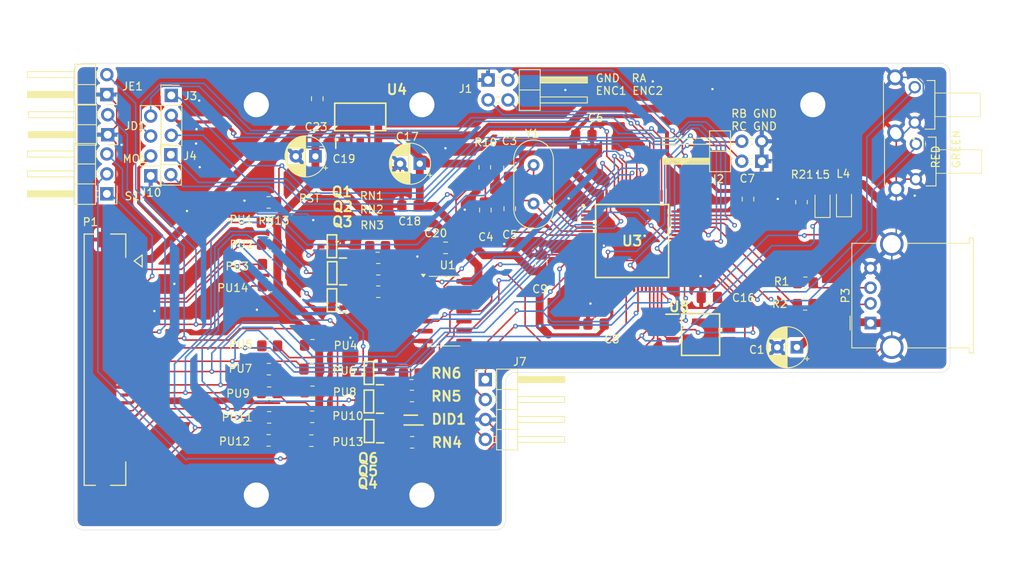
<source format=kicad_pcb>
(kicad_pcb (version 20240108) (generator "pcbnew") (generator_version "8.0")
  (layers (0 "F.Cu" signal) (31 "B.Cu" signal) (34 "B.Paste" user) (35 "F.Paste" user) (36 "B.SilkS" user "B.Silkscreen") (37 "F.SilkS" user "F.Silkscreen") (38 "B.Mask" user) (39 "F.Mask" user) (44 "Edge.Cuts" user))
  (net 0 "")
  (net 1 "5V")
  (net 2 "GND")
  (net 3 "Net-(U3-HEXT_IN{slash}PD0)")
  (net 4 "NRST")
  (net 5 "Net-(U3-HEXT_OUT{slash}PD1)")
  (net 6 "+3.3V")
  (net 7 "Net-(DID1-K)")
  (net 8 "J3_BOOT0")
  (net 9 "USART1_TX")
  (net 10 "USART1_RX")
  (net 11 "/I2C2_CLK")
  (net 12 "/I2C2_DTA")
  (net 13 "SWDIO")
  (net 14 "SWCLK")
  (net 15 "DINST")
  (net 16 "Net-(L4-A)")
  (net 17 "MTRON")
  (net 18 "DIR")
  (net 19 "DRVSEL")
  (net 20 "DSKCHG")
  (net 21 "READY")
  (net 22 "Net-(P3-D+)")
  (net 23 "Net-(P3-D-)")
  (net 24 "Net-(Q1-B)")
  (net 25 "Net-(Q2-B)")
  (net 26 "Net-(Q3-B)")
  (net 27 "Net-(Q4-B)")
  (net 28 "Net-(Q6-B)")
  (net 29 "Net-(U3-PA12)")
  (net 30 "Net-(U3-PA11)")
  (net 31 "RA")
  (net 32 "RB")
  (net 33 "RC")
  (net 35 "SPI2_SS")
  (net 36 "SPI2_SCK")
  (net 37 "SPI2_MISO")
  (net 38 "SPI2_MOSI")
  (net 39 "Net-(RN4-Pad2)")
  (net 40 "Net-(RN6-Pad2)")
  (net 41 "Net-(RN1-Pad2)")
  (net 42 "Net-(RN2-Pad2)")
  (net 43 "Net-(RN3-Pad2)")
  (net 61 "Net-(DID1-A)")
  (net 62 "WPROT_3V3")
  (net 63 "HDOUT")
  (net 64 "SEL")
  (net 66 "STEP")
  (net 67 "WGATE")
  (net 68 "INDEX")
  (net 69 "WPROT")
  (net 70 "RDATA")
  (net 71 "TRK0")
  (net 72 "SIDE1")
  (net 73 "WDATA")
  (net 74 "BUT_L")
  (net 75 "BUT_R")
  (net 76 "RDATA_3V3")
  (net 77 "INDEX_3V3")
  (net 78 "DSKCHG_3V3")
  (net 79 "TRK0_3V3")
  (net 80 "READY_3V3")
  (net 82 "ENC2")
  (net 83 "ENC1")
  (footprint "Gotek:MountingHole_M3_Pad" (layer "F.Cu") (at 118.491 60.6425)
    (property "Reference" "H1" (hide yes))
    (property "Value" "MountingHole_Pad")
  )
  (footprint "Gotek:MountingHole_M3_Pad" (layer "F.Cu") (at 139.573 60.6425)
    (property "Reference" "H2" (hide yes))
    (property "Value" "MountingHole_Pad")
  )
  (footprint "Gotek:MountingHole_M3_Pad" (layer "F.Cu") (at 118.491 110.363)
    (property "Reference" "H3" (hide yes))
    (property "Value" "MountingHole_Pad")
  )
  (footprint "Gotek:MountingHole_M3_Pad" (layer "F.Cu") (at 139.573 110.363)
    (property "Reference" "H4" (hide yes))
    (property "Value" "MountingHole_Pad")
  )
  (footprint "Gotek:MountingHole_M3_Pad" (layer "F.Cu") (at 189.357 60.6425)
    (property "Reference" "H5" (hide yes))
    (property "Value" "MountingHole_Pad")
  )
  (footprint "Connector_PinHeader_2.54mm:PinHeader_1x04_P2.54mm_Vertical" (layer "F.Cu") (at 105.038525 69.713475 180)
    (property "Reference" "J10")
    (property "Value" "Conn_01x04_Pin" (hide yes))
  )
  (footprint "Connector_PinHeader_2.54mm:PinHeader_1x04_P2.54mm_Horizontal" (layer "F.Cu") (at 147.653375 95.6537)
    (property "Reference" "J7")
    (property "Value" "Display Port")
  )
  (footprint "Resistor_SMD:R_0805_2012Metric_Pad1.20x1.40mm_HandSolder" (layer "F.Cu") (at 120.195975 91.35745)
    (property "Reference" "PU5")
    (property "Value" "1K" (hide yes))
  )
  (footprint "Capacitor_SMD:C_0805_2012Metric_Pad1.18x1.45mm_HandSolder" (layer "F.Cu") (at 147.659725 74.063225 -90)
    (property "Reference" "C4")
    (property "Value" "100nF" (hide yes))
  )
  (footprint "Capacitor_THT:CP_Radial_D5.0mm_P2.50mm" (layer "F.Cu") (at 187.333138 91.53525 180)
    (property "Reference" "C1")
    (property "Value" "10uF" (hide yes))
  )
  (footprint "Gotek:SKHHLQA010" (layer "F.Cu") (at 202.485625 70.1336 90)
    (property "Reference" "S4" (hide yes))
    (property "Value" "SKHHANA010" (hide yes))
  )
  (footprint "Gotek:SOT95P280X130-3N" (layer "F.Cu") (at 132.826125 98.440875 180)
    (property "Reference" "Q5")
    (property "Value" "PMBT2222A,215" (hide yes))
  )
  (footprint "Resistor_SMD:R_0805_2012Metric_Pad1.20x1.40mm_HandSolder" (layer "F.Cu") (at 138.337925 103.641525)
    (property "Reference" "RN4" (hide yes))
    (property "Value" "1K" (hide yes))
  )
  (footprint "Gotek:SOT95P280X130-3N" (layer "F.Cu") (at 132.826125 94.81185 180)
    (property "Reference" "Q6")
    (property "Value" "PMBT2222A,215" (hide yes))
  )
  (footprint "LED_SMD:LED_0805_2012Metric_Pad1.15x1.40mm_HandSolder" (layer "F.Cu") (at 190.59525 73.14855 90)
    (property "Reference" "L5")
    (property "Value" "LED RED")
  )
  (footprint "Capacitor_SMD:C_0805_2012Metric_Pad1.18x1.45mm_HandSolder" (layer "F.Cu") (at 142.598775 78.8797)
    (property "Reference" "C20")
    (property "Value" "100nF" (hide yes))
  )
  (footprint "Capacitor_THT:CP_Radial_D5.0mm_P2.50mm" (layer "F.Cu") (at 139.304913 68.164075 180)
    (property "Reference" "C17")
    (property "Value" "10uF" (hide yes))
  )
  (footprint "Connector_PinHeader_2.54mm:PinHeader_2x02_P2.54mm_Horizontal" (layer "F.Cu") (at 148 57.5)
    (property "Reference" "J1")
    (property "Value" "Conn_02x02_Odd_Even")
  )
  (footprint "Resistor_SMD:R_0805_2012Metric_Pad1.20x1.40mm_HandSolder" (layer "F.Cu") (at 120.056275 103.39705)
    (property "Reference" "PU12")
    (property "Value" "1K" (hide yes))
  )
  (footprint "Capacitor_SMD:C_0805_2012Metric_Pad1.18x1.45mm_HandSolder" (layer "F.Cu") (at 160.203425 64.57315)
    (property "Reference" "C6")
    (property "Value" "100nF" (hide yes))
  )
  (footprint "Gotek:SKHHLQA010" (layer "F.Cu") (at 202.345925 62.9158 90)
    (property "Reference" "S3" (hide yes))
    (property "Value" "SKHHANA010" (hide yes))
  )
  (footprint "Resistor_SMD:R_0805_2012Metric_Pad1.20x1.40mm_HandSolder" (layer "F.Cu") (at 125.498225 103.431975)
    (property "Reference" "PU13")
    (property "Value" "1K" (hide yes))
  )
  (footprint "Resistor_SMD:R_0805_2012Metric_Pad1.20x1.40mm_HandSolder" (layer "F.Cu") (at 120.164225 78.432025)
    (property "Reference" "PU2")
    (property "Value" "1K" (hide yes))
  )
  (footprint "Resistor_SMD:R_0805_2012Metric_Pad1.20x1.40mm_HandSolder" (layer "F.Cu") (at 120.126125 100.466525)
    (property "Reference" "PU11")
    (property "Value" "1K" (hide yes))
  )
  (footprint "Gotek:SOT95P280X130-3N" (layer "F.Cu") (at 128.123775 85.5472 180)
    (property "Reference" "Q3")
    (property "Value" "PMBT2222A,215" (hide yes))
  )
  (footprint "Connector_PinHeader_2.54mm:PinHeader_1x02_P2.54mm_Horizontal" (layer "F.Cu") (at 99.568 64.4652 180)
    (property "Reference" "JD1")
    (property "Value" "Conn_01x02_Pin" (hide yes))
  )
  (footprint "Resistor_SMD:R_0805_2012Metric_Pad1.20x1.40mm_HandSolder" (layer "F.Cu") (at 120.126125 97.32645)
    (property "Reference" "PU9")
    (property "Value" "1K" (hide yes))
  )
  (footprint "Gotek:SOT95P280X130-3N" (layer "F.Cu") (at 132.86105 102.2096 180)
    (property "Reference" "Q4")
    (property "Value" "PMBT2222A,215" (hide yes))
  )
  (footprint "Resistor_SMD:R_0805_2012Metric_Pad1.20x1.40mm_HandSolder" (layer "F.Cu") (at 134.01675 81.600675)
    (property "Reference" "RN2")
    (property "Value" "1K" (hide yes))
  )
  (footprint "Resistor_SMD:R_0805_2012Metric_Pad1.20x1.40mm_HandSolder" (layer "F.Cu") (at 125.637925 97.221675)
    (property "Reference" "PU8")
    (property "Value" "1K" (hide yes))
  )
  (footprint "Capacitor_SMD:C_0805_2012Metric_Pad1.18x1.45mm_HandSolder" (layer "F.Cu") (at 138.064875 73.53935)
    (property "Reference" "C18")
    (property "Value" "100nF" (hide yes))
  )
  (footprint "Connector_PinHeader_2.54mm:PinHeader_1x03_P2.54mm_Horizontal" (layer "F.Cu") (at 99.456875 72.00265 180)
    (property "Reference" "MO1")
    (property "Value" "Conn_01x03_Pin" (hide yes))
  )
  (footprint "Capacitor_SMD:C_0805_2012Metric_Pad1.18x1.45mm_HandSolder" (layer "F.Cu") (at 150.764875 73.8886 -90)
    (property "Reference" "C5")
    (property "Value" "22pF" (hide yes))
  )
  (footprint "Gotek:SOIC127P790X216-8N" (layer "F.Cu") (at 175.0695 89.931875)
    (property "Reference" "U8")
    (property "Value" "SST25VF016B-50-4C-S2AF" (hide yes))
  )
  (footprint "Connector_PinHeader_2.54mm:PinHeader_1x03_P2.54mm_Vertical" (layer "F.Cu") (at 107.66425 59.46775)
    (property "Reference" "J3")
    (property "Value" "Conn_01x03_Pin" (hide yes))
  )
  (footprint "Connector_PinHeader_2.54mm:PinHeader_2x02_P2.54mm_Horizontal" (layer "F.Cu") (at 182.857775 67.846575 180)
    (property "Reference" "J2")
    (property "Value" "Conn_02x02_Odd_Even")
  )
  (footprint "Resistor_SMD:R_0805_2012Metric_Pad1.20x1.40mm_HandSolder" (layer "F.Cu") (at 133.934075 78.705075)
    (property "Reference" "RN1")
    (property "Value" "1K" (hide yes))
  )
  (footprint "Connector_USB:USB_A_Molex_67643_Horizontal" (layer "F.Cu") (at 196.706525 88.45665 90)
    (property "Reference" "P3")
    (property "Value" "USB_A")
  )
  (footprint "Gotek:SOT95P280X130-3N" (layer "F.Cu") (at 128.152525 82.0928 180)
    (property "Reference" "Q2")
    (property "Value" "PMBT2222A,215" (hide yes))
  )
  (footprint "Gotek:SODFL2512X90N" (layer "F.Cu") (at 138.1633 100.8126 180)
    (property "Reference" "DID1")
    (property "Value" "1N4148WS" (hide yes))
  )
  (footprint "Resistor_SMD:R_0805_2012Metric_Pad1.20x1.40mm_HandSolder" (layer "F.Cu") (at 134.01675 84.46135)
    (property "Reference" "RN3")
    (property "Value" "1K" (hide yes))
  )
  (footprint "Resistor_SMD:R_0805_2012Metric_Pad1.20x1.40mm_HandSolder" (layer "F.Cu") (at 138.303 97.742375)
    (property "Reference" "RN5")
    (property "Value" "1K" (hide yes))
  )
  (footprint "Capacitor_SMD:C_0805_2012Metric_Pad1.18x1.45mm_HandSolder" (layer "F.Cu") (at 150.72995 68.72605 -90)
    (property "Reference" "C3")
    (property "Value" "22pF" (hide yes))
  )
  (footprint "Gotek:QFP50P1200X1200X160-64N" (layer "F.Cu") (at 166.3446 78.000225)
    (property "Reference" "U3")
    (property "Value" "at32f415rbt7" (hide yes))
  )
  (footprint "Resistor_SMD:R_0805_2012Metric_Pad1.20x1.40mm_HandSolder" (layer "F.Cu") (at 120.1293 75.638025)
    (property "Reference" "PU1")
    (property "Value" "1K" (hide yes))
  )
  (footprint "Connector_PinHeader_2.54mm:PinHeader_1x02_P2.54mm_Horizontal" (layer "F.Cu") (at 99.456875 59.356625 180)
    (property "Reference" "JE1")
    (property "Value" "Conn_01x02_Pin")
  )
  (footprint "Gotek:MOLEX_CON_2005280260" (layer "F.Cu") (at 99.216675 93.118051 -90)
    (property "Reference" "P1")
    (property "Value" "Conn_01x26")
  )
  (footprint "Capacitor_SMD:C_0805_2012Metric_Pad1.18x1.45mm_HandSolder" (layer "F.Cu") (at 126.253875 59.8844 -90)
    (property "Reference" "C23")
    (property "Value" "100nF" (hide yes))
  )
  (footprint "Resistor_SMD:R_0805_2012Metric_Pad1.20x1.40mm_HandSolder" (layer "F.Cu") (at 125.55525 94.3229)
    (property "Reference" "PU6")
    (property "Value" "1K" (hide yes))
  )
  (footprint "Resistor_SMD:R_0805_2012Metric_Pad1.20x1.40mm_HandSolder" (layer "F.Cu") (at 138.23315 94.916625)
    (property "Reference" "RN6")
    (property "Value" "1K" (hide yes))
  )
  (footprint "Resistor_SMD:R_0805_2012Metric_Pad1.20x1.40mm_HandSolder" (layer "F.Cu") (at 188.375925 86.077425)
    (property "Reference" "R2")
    (property "Value" "22R" (hide yes))
  )
  (footprint "Capacitor_SMD:C_0805_2012Metric_Pad1.18x1.45mm_HandSolder" (layer "F.Cu") (at 161.7599 88.57615 180)
    (property "Reference" "C8")
    (property "Value" "100nF" (hide yes))
  )
  (footprint "Resistor_SMD:R_0805_2012Metric_Pad1.20x1.40mm_HandSolder" (layer "F.Cu") (at 147.589875 68.621275 -90)
    (property "Reference" "R10")
    (property "Value" "4K7" (hide yes))
  )
  (footprint "Crystal:Crystal_HC18-U_Vertical" (layer "F.Cu") (at 153.800175 73.23345 90)
    (property "Reference" "Y1")
    (property "Value" "8Mhz")
  )
  (footprint "Connector_PinHeader_2.54mm:PinHeader_1x02_P2.54mm_Vertical" (layer "F.Cu") (at 107.6071 67.016075)
    (property "Reference" "J4")
    (property "Value" "Conn_01x02_Pin" (hide yes))
  )
  (footprint "Gotek:SOT229P700X180-4N" (layer "F.Cu") (at 131.7244 62.2046 90)
    (property "Reference" "U4")
    (property "Value" "AMS1117-3.3" (hide yes))
  )
  (footprint "Resistor_SMD:R_0805_2012Metric_Pad1.20x1.40mm_HandSolder" (layer "F.Cu") (at 125.603 100.396675)
    (property "Reference" "PU10")
    (property "Value" "1K" (hide yes))
  )
  (footprint "Resistor_SMD:R_0805_2012Metric_Pad1.20x1.40mm_HandSolder" (layer "F.Cu") (at 120.05945 73.091675 180)
    (property "Reference" "RN13")
    (property "Value" "4K7" (hide yes))
  )
  (footprint "Gotek:SOT95P280X130-3N" (layer "F.Cu") (at 128.1176 78.673325 180)
    (property "Reference" "Q1")
    (property "Value" "PMBT2222A,215" (hide yes))
  )
  (footprint "LED_SMD:LED_0805_2012Metric_Pad1.15x1.40mm_HandSolder" (layer "F.Cu") (at 193.328925 73.059925 90)
    (property "Reference" "L4")
    (property "Value" "LED GREEN" (hide yes))
  )
  (footprint "Resistor_SMD:R_0805_2012Metric_Pad1.20x1.40mm_HandSolder" (layer "F.Cu") (at 120.269 83.734275)
    (property "Reference" "PU14")
    (property "Value" "1K" (hide yes))
  )
  (footprint "Package_SO:SO-14_3.9x8.65mm_P1.27mm" (layer "F.Cu") (at 142.459075 86.93785)
    (property "Reference" "U1")
    (property "Value" "74AHC04" (hide yes))
  )
  (footprint "Resistor_SMD:R_0805_2012Metric_Pad1.20x1.40mm_HandSolder" (layer "F.Cu") (at 188.4172 83.33105)
    (property "Reference" "R1")
    (property "Value" "22R" (hide yes))
  )
  (footprint "Resistor_SMD:R_0805_2012Metric_Pad1.20x1.40mm_HandSolder" (layer "F.Cu") (at 187.91555 73.059925 -90)
    (property "Reference" "R21")
    (property "Value" "1K" (hide yes))
  )
  (footprint "Capacitor_SMD:C_0805_2012Metric_Pad1.18x1.45mm_HandSolder" (layer "F.Cu") (at 154.7749 80.832325 -90)
    (property "Reference" "C9")
    (property "Value" "100nF" (hide yes))
  )
  (footprint "Resistor_SMD:R_0805_2012Metric_Pad1.20x1.40mm_HandSolder" (layer "F.Cu") (at 125.637925 91.2876 180)
    (property "Reference" "PU4")
    (property "Value" "1K" (hide yes))
  )
  (footprint "Capacitor_SMD:C_0805_2012Metric_Pad1.18x1.45mm_HandSolder" (layer "F.Cu") (at 181.105175 72.666225 -90)
    (property "Reference" "C7")
    (property "Value" "100nF" (hide yes))
  )
  (footprint "Capacitor_THT:CP_Radial_D5.0mm_P2.50mm" (layer "F.Cu") (at 126.017025 67.22745 180)
    (property "Reference" "C19")
    (property "Value" "10uF" (hide yes))
  )
  (footprint "Resistor_SMD:R_0805_2012Metric_Pad1.20x1.40mm_HandSolder" (layer "F.Cu") (at 120.269 80.978375)
    (property "Reference" "PU3")
    (property "Value" "1K" (hide yes))
  )
  (footprint "Resistor_SMD:R_0805_2012Metric_Pad1.20x1.40mm_HandSolder" (layer "F.Cu") (at 120.0912 94.3229)
    (property "Reference" "PU7")
    (property "Value" "1K" (hide yes))
  )
  (footprint "Capacitor_SMD:C_0805_2012Metric_Pad1.18x1.45mm_HandSolder" (layer "F.Cu") (at 176.183925 85.18525)
    (property "Reference" "C16")
    (property "Value" "100nF" (hide yes))
  )
  (gr_line (start 151.511 94.75) (end 205.58 94.75) (stroke (width 0.05)) (layer "Edge.Cuts"))
  (gr_arc (start 206.85 93.48) (mid 206.478026 94.378026) (end 205.58 94.75) (stroke (width 0.05)) (layer "Edge.Cuts"))
  (gr_arc (start 205.58 55.38) (mid 206.478026 55.751974) (end 206.85 56.65) (stroke (width 0.05)) (layer "Edge.Cuts"))
  (gr_line (start 150.241 113.538) (end 150.241 96.012) (stroke (width 0.05)) (layer "Edge.Cuts"))
  (gr_arc (start 96.52 114.808) (mid 95.621974 114.436026) (end 95.25 113.538) (stroke (width 0.05)) (layer "Edge.Cuts"))
  (gr_line (start 95.25 56.642) (end 95.25 113.538) (stroke (width 0.05)) (layer "Edge.Cuts"))
  (gr_arc (start 150.241 96.012) (mid 150.612974 95.113974) (end 151.511 94.742) (stroke (width 0.05)) (layer "Edge.Cuts"))
  (gr_line (start 96.52 55.38) (end 205.58 55.38) (stroke (width 0.05)) (layer "Edge.Cuts"))
  (gr_line (start 206.85 56.65) (end 206.85 93.48) (stroke (width 0.05)) (layer "Edge.Cuts"))
  (gr_arc (start 150.241 113.538) (mid 149.869026 114.436026) (end 148.971 114.808) (stroke (width 0.05)) (layer "Edge.Cuts"))
  (gr_line (start 96.52 114.808) (end 148.971 114.808) (stroke (width 0.05)) (layer "Edge.Cuts"))
  (gr_arc (start 95.25 56.642) (mid 95.621974 55.743974) (end 96.52 55.38) (stroke (width 0.05)) (layer "Edge.Cuts"))
  (gr_text "GREEN" (at 208.21015 68.843525 90) (layer "F.SilkS") (effects (font (size 1 1)) (justify left bottom)))
  (gr_text "GND  RA\nENC1 ENC2" (at 161.6202 59.46775 0) (layer "F.SilkS") (effects (font (size 1 1) (thickness 0.15) (bold yes)) (justify left bottom)))
  (gr_text "RB GND\nRC GND" (at 178.877775 63.976575 0) (layer "F.SilkS") (effects (font (size 1 1) (thickness 0.15) (bold yes)) (justify left bottom)))
  (gr_text "S1" (at 101.63175 72.888475 0) (layer "F.SilkS") (effects (font (size 1 1)) (justify left bottom)))
  (gr_text "RED" (at 205.59395 68.843525 90) (layer "F.SilkS") (effects (font (size 1 1)) (justify left bottom)))
  (gr_text "RST" (at 123.81865 73.155175 0) (layer "F.SilkS") (effects (font (size 1 1)) (justify left bottom)))
  (segment (start 134.201725 64.54775) (end 134.0144 64.735075) (width 0.2) (layer "F.Cu") (net 1))
  (segment (start 122.748675 60.45835) (end 122.748675 62.690375) (width 1) (layer "F.Cu") (net 1))
  (segment (start 100.555425 84.591525) (end 100.555425 80.75295) (width 0.4) (layer "F.Cu") (net 1))
  (segment (start 100.58195 84.61805) (end 100.555425 84.591525) (width 0.2) (layer "F.Cu") (net 1))
  (segment (start 186.315152 64.309427) (end 183.156225 61.1505) (width 1) (layer "F.Cu") (net 1))
  (segment (start 126.55525 93.240225) (end 126.55525 91.370275) (width 0.2) (layer "F.Cu") (net 1))
  (segment (start 126.637925 94.405575) (end 126.55525 94.3229) (width 0.2) (layer "F.Cu") (net 1))
  (segment (start 124.777375 98.57105) (end 126.603 100.396675) (width 0.2) (layer "F.Cu") (net 1))
  (segment (start 101.666675 80.406875) (end 101.55555 80.29575) (width 0.4) (layer "F.Cu") (net 1))
  (segment (start 127.0635 71.1581) (end 126.017025 70.111625) (width 1) (layer "F.Cu") (net 1))
  (segment (start 158.12377 63.452375) (end 148.135975 63.452375) (width 1) (layer "F.Cu") (net 1))
  (segment (start 126.498225 103.431975) (end 126.498225 100.50145) (width 0.2) (layer "F.Cu") (net 1))
  (segment (start 202.2602 85.734525) (end 202.2602 77.263625) (width 1) (layer "F.Cu") (net 1))
  (segment (start 133.6929 75.765025) (end 133.657975 75.79995) (width 0.2) (layer "F.Cu") (net 1))
  (segment (start 196.597425 88.34755) (end 196.706525 88.45665) (width 1) (layer "F.Cu") (net 1))
  (segment (start 134.0144 63.00705) (end 134.0144 64.735075) (width 1) (layer "F.Cu") (net 1))
  (segment (start 147.0406 64.54775) (end 134.201725 64.54775) (width 1) (layer "F.Cu") (net 1))
  (segment (start 103.51135 68.70065) (end 103.51135 73.148825) (width 0.4) (layer "F.Cu") (net 1))
  (segment (start 143.636275 78.59005) (end 143.636275 78.19) (width 1) (layer "F.Cu") (net 1))
  (segment (start 127.0635 71.1581) (end 129.016125 71.1581) (width 1) (layer "F.Cu") (net 1))
  (segment (start 200.0123 87.982425) (end 202.2602 85.734525) (width 1) (layer "F.Cu") (net 1))
  (segment (start 126.637925 88.8586) (end 121.5136 83.734275) (width 0.2) (layer "F.Cu") (net 1))
  (segment (start 126.637925 91.2876) (end 126.637925 88.8586) (width 0.2) (layer "F.Cu") (net 1))
  (segment (start 196.706525 88.45665) (end 199.538075 88.45665) (width 1) (layer "F.Cu") (net 1))
  (segment (start 100.613952 82.618052) (end 101.666675 82.618052) (width 0.4) (layer "F.Cu") (net 1))
  (segment (start 141.2113 75.765025) (end 133.6929 75.765025) (width 1) (layer "F.Cu") (net 1))
  (segment (start 128.21285 60.747275) (end 128.21285 60.404375) (width 1) (layer "F.Cu") (net 1))
  (segment (start 126.017025 70.7503) (end 121.1293 75.638025) (width 0.2) (layer "F.Cu") (net 1))
  (segment (start 124.35695 58.8469) (end 126.253875 58.8469) (width 1) (layer "F.Cu") (net 1))
  (segment (start 122.688225 92.8497) (end 126.164725 92.8497) (width 0.2) (layer "F.Cu") (net 1))
  (segment (start 121.056275 103.39705) (end 121.056275 100.536375) (width 0.2) (layer "F.Cu") (net 1))
  (segment (start 186.315152 69.639775) (end 186.315152 64.309427) (width 1) (layer "F.Cu") (net 1))
  (segment (start 122.888375 60.315475) (end 124.35695 58.8469) (width 1) (layer "F.Cu") (net 1))
  (segment (start 128.21285 61.4426) (end 132.44995 61.4426) (width 1) (layer "F.Cu") (net 1))
  (segment (start 121.5136 83.734275) (end 121.269 83.734275) (width 0.2) (layer "F.Cu") (net 1))
  (segment (start 187.6425 91.53525) (end 187.333138 91.53525) (width 1) (layer "F.Cu") (net 1))
  (segment (start 126.55525 91.370275) (end 126.637925 91.2876) (width 0.2) (layer "F.Cu") (net 1))
  (segment (start 126.55525 94.3229) (end 126.55525 93.240225) (width 0.2) (layer "F.Cu") (net 1))
  (segment (start 129.016125 71.1581) (end 133.657975 75.79995) (width 1) (layer "F.Cu") (net 1))
  (segment (start 128.21285 60.404375) (end 126.655375 58.8469) (width 1) (layer "F.Cu") (net 1))
  (segment (start 146.06905 83.12785) (end 144.934075 83.12785) (width 1) (layer "F.Cu") (net 1))
  (segment (start 160.425645 61.1505) (end 158.12377 63.452375) (width 1) (layer "F.Cu") (net 1))
  (segment (start 126.017025 70.35817) (end 121.164225 75.21097) (width 1) (layer "F.Cu") (net 1))
  (segment (start 126.017025 64.813175) (end 128.21285 62.61735) (width 1) (layer "F.Cu") (net 1))
  (segment (start 134.0144 64.735075) (end 134.0144 65.5546) (width 1) (layer "F.Cu") (net 1))
  (segment (start 148.135975 63.452375) (end 147.0406 64.54775) (width 1) (layer "F.Cu") (net 1))
  (segment (start 143.636275 78.8797) (end 144.46885 78.8797) (width 1) (layer "F.Cu") (net 1))
  (segment (start 190.7667 88.41105) (end 190.8302 88.34755) (width 1) (layer "F.Cu") (net 1))
  (segment (start 103.51135 73.148825) (end 107.578525 77.216) (width 0.4) (layer "F.Cu") (net 1))
  (segment (start 100.555425 82.559525) (end 100.613952 82.618052) (width 0.2) (layer "F.Cu") (net 1))
  (segment (start 146.7739 82.423) (end 146.06905 83.12785) (width 1) (layer "F.Cu") (net 1))
  (segment (start 107.578525 77.216) (end 107.578525 77.22235) (width 0.4) (layer "F.Cu") (net 1))
  (segment (start 132.44995 61.4426) (end 134.0144 63.00705) (width 1) (layer "F.Cu") (net 1))
  (segment (start 202.2602 77.263625) (end 195.7565 70.759925) (width 1) (layer "F.Cu") (net 1))
  (segment (start 128.21285 60.747275) (end 128.21285 61.4426) (width 1) (layer "F.Cu") (net 1))
  (segment (start 121.269 80.31785) (end 121.1961 80.24495) (width 0.2) (layer "F.Cu") (net 1))
  (segment (start 100.555425 80.75295) (end 100.690324 80.618051) (width 0.4) (layer "F.Cu") (net 1))
  (segment (start 121.195975 91.35745) (end 122.688225 92.8497) (width 0.2) (layer "F.Cu") (net 1))
  (segment (start 122.44375 95.67545) (end 125.0917 95.67545) (width 0.2) (layer "F.Cu") (net 1))
  (segment (start 122.370725 98.57105) (end 124.777375 98.57105) (width 0.2) (layer "F.Cu") (net 1))
  (segment (start 100.690324 80.618051) (end 101.666675 80.618051) (width 0.4) (layer "F.Cu") (net 1))
  (segment (start 124.917075 101.850825) (end 126.498225 103.431975) (width 0.2) (layer "F.Cu") (net 1))
  (segment (start 126.603 100.396675) (end 126.603 97.2566) (width 0.2) (layer "F.Cu") (net 1))
  (segment (start 121.269 80.978375) (end 121.269 80.31785) (width 0.2) (layer "F.Cu") (net 1))
  (segment (start 143.636275 78.8797) (end 143.636275 78.59005) (width 0.2) (layer "F.Cu") (net 1))
  (segment (start 105.1433 80.29575) (end 101.55555 80.29575) (width 1) (layer "F.Cu") (net 1))
  (segment (start 125.0917 95.67545) (end 126.637925 97.221675) (width 0.2) (layer "F.Cu") (net 1))
  (segment (start 126.655375 58.8469) (end 126.312475 58.8469) (width 1) (layer "F.Cu") (net 1))
  (segment (start 146.7739 81.18475) (end 146.7739 82.423) (width 1) (layer "F.Cu") (net 1))
  (segment (start 183.156225 61.1505) (end 160.425645 61.1505) (width 1) (layer "F.Cu") (net 1))
  (segment (start 126.017025 70.111625) (end 126.017025 70.7503) (width 0.2) (layer "F.Cu") (net 1))
  (segment (start 121.269 83.734275) (end 121.269 80.978375) (width 0.2) (layer "F.Cu") (net 1))
  (segment (start 126.017025 70.111625) (end 126.017025 67.22745) (width 1) (layer "F.Cu") (net 1))
  (segment (start 128.21285 62.61735) (end 128.21285 60.747275) (width 1) (layer "F.Cu") (net 1))
  (segment (start 199.538075 88.45665) (end 200.163675 87.83105) (width 1) (layer "F.Cu") (net 1))
  (segment (start 101.666675 80.618051) (end 101.666675 80.406875) (width 0.4) (layer "F.Cu") (net 1))
  (segment (start 126.498225 100.50145) (end 126.603 100.396675) (width 0.2) (layer "F.Cu") (net 1))
  (segment (start 121.164225 83.77225) (end 126.498225 89.10625) (width 1) (layer "F.Cu") (net 1))
  (segment (start 122.748675 62.690375) (end 105.1433 80.29575) (width 1) (layer "F.Cu") (net 1))
  (segment (start 143.636275 78.19) (end 141.2113 75.765025) (width 1) (layer "F.Cu") (net 1))
  (segment (start 126.017025 70.111625) (end 126.017025 70.35817) (width 1) (layer "F.Cu") (net 1))
  (segment (start 190.8302 88.34755) (end 196.597425 88.34755) (width 1) (layer "F.Cu") (net 1))
  (segment (start 126.312475 58.8469) (end 126.253875 58.8469) (width 0.2) (layer "F.Cu") (net 1))
  (segment (start 126.637925 97.221675) (end 126.637925 94.405575) (width 0.2) (layer "F.Cu") (net 1))
  (segment (start 101.666675 84.61805) (end 100.58195 84.61805) (width 0.4) (layer "F.Cu") (net 1))
  (segment (start 187.435302 70.759925) (end 186.315152 69.639775) (width 1) (layer "F.Cu") (net 1))
  (segment (start 121.126125 97.32645) (end 122.370725 98.57105) (width 0.2) (layer "F.Cu") (net 1))
  (segment (start 126.498225 89.10625) (end 126.498225 103.431975) (width 1) (layer "F.Cu") (net 1))
  (segment (start 126.017025 67.22745) (end 126.017025 64.813175) (width 1) (layer "F.Cu") (net 1))
  (segment (start 122.510425 101.850825) (end 124.917075 101.850825) (width 0.2) (layer "F.Cu") (net 1))
  (segment (start 126.164725 92.8497) (end 126.55525 93.240225) (width 0.2) (layer "F.Cu") (net 1))
  (segment (start 121.056275 100.536375) (end 121.126125 100.466525) (width 0.2) (layer "F.Cu") (net 1))
  (segment (start 105.038525 67.173475) (end 103.51135 68.70065) (width 0.4) (layer "F.Cu") (net 1))
  (segment (start 121.0912 94.3229) (end 122.44375 95.67545) (width 0.2) (layer "F.Cu") (net 1))
  (segment (start 144.46885 78.8797) (end 146.7739 81.18475) (width 1) (layer "F.Cu") (net 1))
  (segment (start 121.164225 75.21097) (end 121.164225 83.77225) (width 1) (layer "F.Cu") (net 1))
  (segment (start 126.603 97.2566) (end 126.637925 97.221675) (width 0.2) (layer "F.Cu") (net 1))
  (segment (start 195.7565 70.759925) (end 187.435302 70.759925) (width 1) (layer "F.Cu") (net 1))
  (segment (start 121.126125 100.466525) (end 122.510425 101.850825) (width 0.2) (layer "F.Cu") (net 1))
  (segment (start 190.7667 88.41105) (end 187.6425 91.53525) (width 1) (layer "F.Cu") (net 1))
  (segment (start 101.666675 98.61805) (end 98.991451 98.61805) (width 0.2) (layer "F.Cu") (net 2))
  (segment (start 125.739525 75.339575) (end 125.866525 75.339575) (width 0.2) (layer "F.Cu") (net 2))
  (segment (start 160.7224 88.57615) (end 160.7224 86.289425) (width 0.2) (layer "F.Cu") (net 2))
  (segment (start 131.841875 68.589525) (end 136.379463 68.589525) (width 0.2) (layer "F.Cu") (net 2))
  (segment (start 101.666675 100.618051) (end 99.057877 100.618051) (width 0.2) (layer "F.Cu") (net 2))
  (segment (start 199.91705 63.981725) (end 199.91705 64.315025) (width 0.2) (layer "F.Cu") (net 2))
  (segment (start 101.666675 104.618051) (end 99.000227 104.618051) (width 0.2) (layer "F.Cu") (net 2))
  (segment (start 99.000227 104.618051) (end 98.966676 104.5845) (width 0.2) (layer "F.Cu") (net 2))
  (segment (start 128.802525 81.8928) (end 128.802525 83.87595) (width 0.2) (layer "F.Cu") (net 2))
  (segment (start 126.253875 60.9219) (end 126.253875 61.82995) (width 0.2) (layer "F.Cu") (net 2))
  (segment (start 118.491 60.6425) (end 118.491 64.178033) (width 0.2) (layer "F.Cu") (net 2))
  (segment (start 134.0993 83.759156) (end 134.0993 89.157175) (width 0.2) (layer "F.Cu") (net 2))
  (segment (start 149.190075 73.3513) (end 149.190075 68.7578) (width 0.2) (layer "F.Cu") (net 2))
  (segment (start 169.215971 74.750225) (end 167.941625 76.024571) (width 0.2) (layer "F.Cu") (net 2))
  (segment (start 141.561275 78.8797) (end 139.8563 77.174725) (width 0.2) (layer "F.Cu") (net 2))
  (segment (start 165.36535 80.479975) (end 163.0946 82.750725) (width 0.2) (layer "F.Cu") (net 2))
  (segment (start 100.91165 110.363) (end 98.966676 108.418026) (width 0.2) (layer "F.Cu") (net 2))
  (segment (start 138.13315 94.15305) (end 138.13315 95.601369) (width 0.2) (layer "F.Cu") (net 2))
  (segment (start 161.240925 64.57315) (end 161.240925 69.42105) (width 0.2) (layer "F.Cu") (net 2))
  (segment (start 141.561275 78.8797) (end 140.1064 78.8797) (width 0.2) (layer "F.Cu") (net 2))
  (segment (start 99.568 64.4652) (end 100.718 63.3152) (width 0.2) (layer "F.Cu") (net 2))
  (segment (start 117.20195 73.091675) (end 119.05945 73.091675) (width 0.2) (layer "F.Cu") (net 2))
  (segment (start 161.240925 69.42105) (end 163.0946 71.274725) (width 0.2) (layer "F.Cu") (net 2))
  (segment (start 99.014425 94.618051) (end 101.666675 94.618051) (width 0.2) (layer "F.Cu") (net 2))
  (segment (start 146.119125 75.100725) (end 145.034 74.0156) (width 0.2) (layer "F.Cu") (net 2))
  (segment (start 138.203 97.057631) (end 138.203 100.8429) (width 0.2) (layer "F.Cu") (net 2))
  (segment (start 98.966676 104.5845) (end 98.966676 108.418026) (width 0.2) (layer "F.Cu") (net 2))
  (segment (start 98.966676 96.618425) (end 98.966676 98.593275) (width 0.2) (layer "F.Cu") (net 2))
  (segment (start 100.718 63.3152) (end 100.718 60.61775) (width 0.2) (layer "F.Cu") (net 2))
  (segment (start 149.190075 68.7578) (end 150.259325 67.68855) (width 0.2) (layer "F.Cu") (net 2))
  (segment (start 135.689975 90.74785) (end 134.226125 92.2117) (width 0.2) (layer "F.Cu") (net 2))
  (segment (start 167.32385 80.479975) (end 165.36535 80.479975) (width 0.2) (layer "F.Cu") (net 2))
  (segment (start 163.0946 83.738225) (end 163.0946 86.20395) (width 0.2) (layer "F.Cu") (net 2))
  (segment (start 160.6066 79.750225) (end 161.594225 79.750225) (width 0.2) (layer "F.Cu") (net 2))
  (segment (start 148.803375 103.8155) (end 142.255875 110.363) (width 0.2) (layer "F.Cu") (net 2))
  (segment (start 98.966676 94.6658) (end 99.014425 94.618051) (width 0.2) (layer "F.Cu") (net 2))
  (segment (start 139.984075 90.74785) (end 135.689975 90.74785) (width 0.2) (layer "F.Cu") (net 2))
  (segment (start 118.491 64.178033) (end 111.962958 70.706075) (width 0.2) (layer "F.Cu") (net 2))
  (segment (start 105.1941 69.713475) (end 109.65815 74.177525) (width 0.2) (layer "F.Cu") (net 2))
  (segment (start 98.966676 102.631875) (end 98.966676 104.5845) (width 0.2) (layer "F.Cu") (net 2))
  (segment (start 136.8351 57.9046) (end 139.573 60.6425) (width 0.2) (layer "F.Cu") (net 2))
  (segment (start 98.966676 92.218051) (end 98.966676 94.6658) (width 0.2) (layer "F.Cu") (net 2))
  (segment (start 103.451025 59.356625) (end 99.456875 59.356625) (width 0.2) (layer "F.Cu") (net 2))
  (segment (start 163.0946 86.20395) (end 160.7224 88.57615) (width 0.2) (layer "F.Cu") (net 2))
  (segment (start 128.250275 77.723325) (end 129.5176 77.723325) (width 0.2) (layer "F.Cu") (net 2))
  (segment (start 137.512697 96.221822) (end 137.004969 96.72955) (width 0.2) (layer "F.Cu") (net 2))
  (segment (start 129.523775 84.5972) (end 130.659625 83.46135) (width 0.2) (layer "F.Cu") (net 2))
  (segment (start 128.7676 78.473325) (end 128.7676 80.357875) (width 0.2) (layer "F.Cu") (net 2))
  (segment (start 128.802525 83.87595) (end 129.523775 84.5972) (width 0.2) (layer "F.Cu") (net 2))
  (segment (start 135.43615 101.3226) (end 135.37315 101.2596) (width 0.2) (layer "F.Cu") (net 2))
  (segment (start 100.606875 65.504075) (end 99.568 64.4652) (width 0.2) (layer "F.Cu") (net 2))
  (segment (start 175.146425 85.18525) (end 175.146425 82.5666) (width 0.2) (layer "F.Cu") (net 2))
  (segment (start 150.259325 67.68855) (end 150.72995 67.68855) (width 0.2) (layer "F.Cu") (net 2))
  (segment (start 160.6066 79.750225) (end 154.8195 79.750225) (width 0.2) (layer "F.Cu") (net 2))
  (segment (start 168.0946 82.25415) (end 168.596313 81.752437) (width 0.2) (layer "F.Cu") (net 2))
  (segment (start 98.966676 100.52685) (end 98.966676 102.631875) (width 0.2) (layer "F.Cu") (net 2))
  (segment (start 147.653375 100.7337) (end 148.803375 101.8837) (width 0.2) (layer "F.Cu") (net 2))
  (segment (start 130.0662 77.174725) (end 129.5176 77.723325) (width 0.2) (layer "F.Cu") (net 2))
  (segment (start 134.226125 93.86185) (end 137.84195 93.86185) (width 0.2) (layer "F.Cu") (net 2))
  (segment (start 118.491 60.6425) (end 115.547775 57.699275) (width 0.2) (layer "F.Cu") (net 2))
  (segment (start 180.058675 74.750225) (end 181.105175 73.703725) (width 0.2) (layer "F.Cu") (net 2))
  (segment (start 106.031125 70.706075) (end 105.038525 69.713475) (width 0.2) (layer "F.Cu") (net 2))
  (segment (start 147.659725 75.100725) (end 150.59025 75.100725) (width 0.2) (layer "F.Cu") (net 2))
  (segment (start 136.804913 68.164075) (end 136.804913 73.316888) (width 0.2) (layer "F.Cu") (net 2))
  (segment (start 100.606875 76.177877) (end 100.606875 65.504075) (width 0.2) (layer "F.Cu") (net 2))
  (segment (start 129.5176 77.723325) (end 128.7676 78.473325) (width 0.2) (layer "F.Cu") (net 2))
  (segment (start 183.839575 73.703725) (end 181.105175 73.703725) (width 0.2) (layer "F.Cu") (net 2))
  (segment (start 169.5946 82.750725) (end 168.596313 81.752437) (width 0.2) (layer "F.Cu") (net 2))
  (segment (start 125.866525 75.339575) (end 128.250275 77.723325) (width 0.2) (layer "F.Cu") (net 2))
  (segment (start 130.659625 83.46135) (end 133.801494 83.46135) (width 0.2) (layer "F.Cu") (net 2))
  (segment (start 129.4344 66.18205) (end 131.841875 68.589525) (width 0.2) (layer "F.Cu") (net 2))
  (segment (start 184.833138 91.53525) (end 186.493663 93.195775) (width 0.2) (layer "F.Cu") (net 2))
  (segment (start 98.966676 92.218051) (end 98.966676 96.618425) (width 0.2) (layer "F.Cu") (net 2))
  (segment (start 169.5946 83.738225) (end 169.5946 90.7784) (width 0.2) (layer "F.Cu") (net 2))
  (segment (start 154.8195 79.750225) (end 154.7749 79.794825) (width 0.2) (layer "F.Cu") (net 2))
  (segment (start 140.1064 78.8797) (end 139.0015 79.9846) (width 0.2) (layer "F.Cu") (net 2))
  (segment (start 118.491 60.6425) (end 121.2289 57.9046) (width 0.2) (layer "F.Cu") (net 2))
  (segment (start 135.37315 101.2596) (end 134.26105 101.2596) (width 0.2) (layer "F.Cu") (net 2))
  (segment (start 199.91705 64.315025) (end 199.985625 64.3836) (width 0.2) (layer "F.Cu") (net 2))
  (segment (start 147.659725 75.100725) (end 146.119125 75.100725) (width 0.2) (layer "F.Cu") (net 2))
  (segment (start 163.0946 82.750725) (end 163.0946 83.738225) (width 0.2) (layer "F.Cu") (net 2))
  (segment (start 139.8563 77.174725) (end 130.0662 77.174725) (width 0.2) (layer "F.Cu") (net 2))
  (segment (start 202.485625 70.1336) (end 201.235625 70.1336) (width 0.2) (layer "F.Cu") (net 2))
  (segment (start 163.0946 78.24985) (end 163.0946 72.262225) (width 0.2) (layer "F.Cu") (net 2))
  (segment (start 101.666675 102.61805) (end 98.980501 102.61805) (width 0.2) (layer "F.Cu") (net 2))
  (segment (start 134.0993 89.157175) (end 135.689975 90.74785) (width 0.2) (layer "F.Cu") (net 2))
  (segment (start 99.057877 100.618051) (end 98.966676 100.52685) (width 0.2) (layer "F.Cu") (net 2))
  (segment (start 111.962958 70.706075) (end 106.031125 70.706075) (width 0.2) (layer "F.Cu") (net 2))
  (segment (start 137.004969 96.72955) (end 134.98745 96.72955) (width 0.2) (layer "F.Cu") (net 2))
  (segment (start 171.4695 92.32945) (end 171.4695 91.836875) (width 0.2) (layer "F.Cu") (net 2))
  (segment (start 98.980501 102.61805) (end 98.966676 102.631875) (width 0.2) (layer "F.Cu") (net 2))
  (segment (start 98.966676 77.818076) (end 98.966676 92.218051) (width 0.2) (layer "F.Cu") (net 2))
  (segment (start 201.235625 70.1336) (end 199.985625 71.3836) (width 0.2) (layer "F.Cu") (net 2))
  (segment (start 118.491 110.363) (end 100.91165 110.363) (width 0.2) (layer "F.Cu") (net 2))
  (segment (start 184.833138 91.53525) (end 183.302788 93.0656) (width 0.2) (layer "F.Cu") (net 2))
  (segment (start 199.985625 64.3836) (end 196.244525 60.6425) (width 0.2) (layer "F.Cu") (net 2))
  (segment (start 98.967049 96.618052) (end 98.966676 96.618425) (width 0.2) (layer "F.Cu") (net 2))
  (segment (start 160.7224 86.289425) (end 161.036 85.975825) (width 0.2) (layer "F.Cu") (net 2))
  (segment (start 172.0826 74.750225) (end 169.215971 74.750225) (width 0.2) (layer "F.Cu") (net 2))
  (segment (start 169.5946 83.738225) (end 169.5946 82.750725) (width 0.2) (layer "F.Cu") (net 2))
  (segment (start 100.718 60.61775) (end 99.456875 59.356625) (width 0.2) (layer "F.Cu") (net 2))
  (segment (start 133.801494 83.46135) (end 134.0993 83.759156) (width 0.2) (layer "F.Cu") (net 2))
  (segment (start 168.596313 81.752437) (end 167.32385 80.479975) (width 0.2) (layer "F.Cu") (net 2))
  (segment (start 116.9797 72.869425) (end 117.20195 73.091675) (width 0.2) (layer "F.Cu") (net 2))
  (segment (start 98.966676 98.593275) (end 98.966676 100.52685) (width 0.2) (layer "F.Cu") (net 2))
  (segment (start 109.65815 74.177525) (end 109.75273 74.272105) (width 0.2) (layer "F.Cu") (net 2))
  (segment (start 138.13315 95.601369) (end 137.512697 96.221822) (width 0.2) (layer "F.Cu") (net 2))
  (segment (start 105.038525 69.713475) (end 105.1941 69.713475) (width 0.2) (layer "F.Cu") (net 2))
  (segment (start 163.0946 71.274725) (end 163.0946 72.262225) (width 0.2) (layer "F.Cu") (net 2))
  (segment (start 136.379463 68.589525) (end 136.804913 68.164075) (width 0.2) (layer "F.Cu") (net 2))
  (segment (start 129.4344 65.5546) (end 129.4344 66.18205) (width 1) (layer "F.Cu") (net 2))
  (segment (start 167.941625 76.024571) (end 167.941625 77.333475) (width 0.2) (layer "F.Cu") (net 2))
  (segment (start 199.985625 64.3055) (end 199.845925 64.1658) (width 0.2) (layer "F.Cu") (net 2))
  (segment (start 101.666675 96.618052) (end 98.967049 96.618052) (width 0.2) (layer "F.Cu") (net 2))
  (segment (start 126.253875 61.82995) (end 121.753312 66.330512) (width 0.2) (layer "F.Cu") (net 2))
  (segment (start 137.84195 93.86185) (end 138.13315 94.15305) (width 0.2) (layer "F.Cu") (net 2))
  (segment (start 196.501725 93.195775) (end 198.17085 91.52665) (width 0.2) (layer "F.Cu") (net 2))
  (segment (start 184.896125 72.647175) (end 183.839575 73.703725) (width 0.2) (layer "F.Cu") (net 2))
  (segment (start 137.512697 96.221822) (end 137.512697 96.742375) (width 0.2) (layer "F.Cu") (net 2))
  (segment (start 134.226125 92.2117) (end 134.226125 93.86185) (width 0.2) (layer "F.Cu") (net 2))
  (segment (start 162.74415 78.6003) (end 163.0946 78.24985) (width 0.2) (layer "F.Cu") (net 2))
  (segment (start 172.0826 74.750225) (end 180.058675 74.750225) (width 0.2) (layer "F.Cu") (net 2))
  (segment (start 134.98745 96.72955) (end 134.226125 97.490875) (width 0.2) (layer "F.Cu") (net 2))
  (segment (start 142.255875 110.363) (end 139.573 110.363) (width 0.2) (layer "F.Cu") (net 2))
  (segment (start 119.05945 69.024375) (end 119.05945 73.091675) (width 0.2) (layer "F.Cu") (net 2))
  (segment (start 172.20565 93.0656) (end 171.4695 92.32945) (width 0.2) (layer "F.Cu") (net 2))
  (segment (start 115.547775 57.699275) (end 105.108375 57.699275) (width 0.2) (layer "F.Cu") (net 2))
  (segment (start 154.7749 79.794825) (end 153.35495 78.374875) (width 0.2) (layer "F.Cu") (net 2))
  (segment (start 199.985625 71.3836) (end 199.985625 64.3055) (width 0.2) (layer "F.Cu") (net 2))
  (segment (start 128.7676 80.357875) (end 129.552525 81.1428) (width 0.2) (layer "F.Cu") (net 2))
  (segment (start 121.2289 57.9046) (end 136.8351 57.9046) (width 0.2) (layer "F.Cu") (net 2))
  (segment (start 169.5946 90.7784) (end 170.653075 91.836875) (width 0.2) (layer "F.Cu") (net 2))
  (segment (start 168.0946 83.738225) (end 168.0946 82.25415) (width 0.2) (layer "F.Cu") (net 2))
  (segment (start 137.512697 96.742375) (end 137.887744 96.742375) (width 0.2) (layer "F.Cu") (net 2))
  (segment (start 122.620087 66.330512) (end 121.753312 66.330512) (width 0.2) (layer "F.Cu") (net 2))
  (segment (start 138.203 100.8429) (end 137.7233 101.3226) (width 0.2) (layer "F.Cu") (net 2))
  (segment (start 121.753312 66.330512) (end 119.05945 69.024375) (width 0.2) (layer "F.Cu") (net 2))
  (segment (start 183.302788 93.0656) (end 172.20565 93.0656) (width 0.2) (layer "F.Cu") (net 2))
  (segment (start 105.108375 57.699275) (end 103.451025 59.356625) (width 0.2) (layer "F.Cu") (net 2))
  (segment (start 137.7233 101.3226) (end 135.43615 101.3226) (width 0.2) (layer "F.Cu") (net 2))
  (segment (start 175.146425 82.5666) (end 175.0568 82.476975) (width 0.2) (layer "F.Cu") (net 2))
  (segment (start 161.594225 79.750225) (end 162.74415 78.6003) (width 0.2) (layer "F.Cu") (net 2))
  (segment (start 148.803375 101.8837) (end 148.803375 103.8155) (width 0.2) (layer "F.Cu") (net 2))
  (segment (start 136.804913 73.316888) (end 137.027375 73.53935) (width 0.2) (layer "F.Cu") (net 2))
  (segment (start 150.59025 75.100725) (end 150.764875 74.9261) (width 0.2) (layer "F.Cu") (net 2))
  (segment (start 198.17085 91.52665) (end 199.416525 91.52665) (width 0.2) (layer "F.Cu") (net 2))
  (segment (start 98.966676 77.818076) (end 100.606875 76.177877) (width 0.2) (layer "F.Cu") (net 2))
  (segment (start 153.35495 78.374875) (end 150.060025 78.374875) (width 0.2) (layer "F.Cu") (net 2))
  (segment (start 123.517025 67.22745) (end 122.620087 66.330512) (width 0.2) (layer "F.Cu") (net 2))
  (segment (start 186.493663 93.195775) (end 196.501725 93.195775) (width 0.2) (layer "F.Cu") (net 2))
  (segment (start 98.991451 98.61805) (end 98.966676 98.593275) (width 0.2) (layer "F.Cu") (net 2))
  (segment (start 170.653075 91.836875) (end 171.4695 91.836875) (width 0.2) (layer "F.Cu") (net 2))
  (segment (start 129.552525 81.1428) (end 128.802525 81.8928) (width 0.2) (layer "F.Cu") (net 2))
  (segment (start 150.764875 74.9261) (end 149.190075 73.3513) (width 0.2) (layer "F.Cu") (net 2))
  (segment (start 137.887744 96.742375) (end 138.203 97.057631) (width 0.2) (layer "F.Cu") (net 2))
  (via (at 189.906275 69.34835) (size 0.6) (drill 0.3) (layers "F.Cu" "B.Cu") (net 2))
  (via (at 105.50525 86.928325) (size 0.6) (drill 0.3) (layers "F.Cu" "B.Cu") (net 2))
  (via (at 110.874175 63.750825) (size 0.6) (drill 0.3) (layers "F.Cu" "B.Cu") (net 2))
  (via (at 168.976675 57.6834) (size 0.6) (drill 0.3) (layers "F.Cu" "B.Cu") (net 2))
  (via (at 111.280575 68.602225) (size 0.6) (drill 0.3) (layers "F.Cu" "B.Cu") (net 2))
  (via (at 184.896125 72.647175) (size 0.6) (drill 0.3) (layers "F.Cu" "B.Cu") (net 2))
  (via (at 158.264225 72.5805) (size 0.6) (drill 0.3) (layers "F.Cu" "B.Cu") (net 2))
  (via (at 116.9797 72.869425) (size 0.6) (drill 0.3) (layers "F.Cu" "B.Cu") (net 2))
  (via (at 118.56085 86.756875) (size 0.6) (drill 0.3) (layers "F.Cu" "B.Cu") (net 2))
  (via (at 142.579725 66.1924) (size 0.6) (drill 0.3) (layers "F.Cu" "B.Cu") (net 2))
  (via (at 111.210725 60.1218) (size 0.6) (drill 0.3) (layers "F.Cu" "B.Cu") (net 2))
  (via (at 168.328975 74.114025) (size 0.6) (drill 0.3) (layers "F.Cu" "B.Cu") (net 2))
  (via (at 175.0568 82.476975) (size 0.6) (drill 0.3) (layers "F.Cu" "B.Cu") (net 2))
  (via (at 150.060025 78.374875) (size 0.6) (drill 0.3) (layers "F.Cu" "B.Cu") (net 2))
  (via (at 145.034 74.0156) (size 0.6) (drill 0.3) (layers "F.Cu" "B.Cu") (net 2))
  (via (at 109.65815 74.177525) (size 0.6) (drill 0.3) (layers "F.Cu" "B.Cu") (net 2))
  (via (at 108.0516 83.461225) (size 0.6) (drill 0.3) (layers "F.Cu" "B.Cu") (net 2))
  (via (at 161.036 85.975825) (size 0.6) (drill 0.3) (layers "F.Cu" "B.Cu") (net 2))
  (via (at 176.5808 58.6613) (size 0.6) (drill 0.3) (layers "F.Cu" "B.Cu") (net 2))
  (via (at 167.941625 77.333475) (size 0.6) (drill 0.3) (layers "F.Cu" "B.Cu") (net 2))
  (via (at 162.74415 78.6003) (size 0.6) (drill 0.3) (layers "F.Cu" "B.Cu") (net 2))
  (via (at 139.0015 79.9846) (size 0.6) (drill 0.3) (layers "F.Cu" "B.Cu") (net 2))
  (via (at 157.84195 58.7756) (size 0.6) (drill 0.3) (layers "F.Cu" "B.Cu") (net 2))
  (via (at 125.739525 75.339575) (size 0.6) (drill 0.3) (layers "F.Cu" "B.Cu") (net 2))
  (via (at 130.470275 90.3224) (size 0.6) (drill 0.3) (layers "F.Cu" "B.Cu") (net 2))
  (via (at 101.330125 65.7606) (size 0.6) (drill 0.3) (layers "F.Cu" "B.Cu") (net 2))
  (via (at 110.817025 65.592325) (size 0.6) (drill 0.3) (layers "F.Cu" "B.Cu") (net 2))
  (segment (start 200.878125 64.3836) (end 199.985625 64.3836) (width 0.2) (layer "B.Cu") (net 2))
  (segment (start 162.0901 79.25435) (end 162.74415 78.6003) (width 0.2) (layer "B.Cu") (net 2))
  (segment (start 203.433425 62.3109) (end 203.433425 57.965342) (width 0.2) (layer "B.Cu") (net 2))
  (segment (start 162.0901 82.476975) (end 161.036 83.531075) (width 0.2) (layer "B.Cu") (net 2))
  (segment (start 149.393275 78.374875) (end 145.034 74.0156) (width 0.2) (layer "B.Cu") (net 2))
  (segment (start 189.906275 69.34835) (end 184.902475 69.34835) (width 0.2) (layer "B.Cu") (net 2))
  (segment (start 144.9705 74.0156) (end 139.0015 79.9846) (width 0.2) (layer "B.Cu") (net 2))
  (segment (start 117.001925 72.67575) (end 117.001925 72.8472) (width 0.2) (layer "B.Cu") (net 2))
  (segment (start 203.573125 69.0461) (end 202.485625 70.1336) (width 0.2) (layer "B.Cu") (net 2))
  (segment (start 117.001925 72.8472) (end 116.9797 72.869425) (width 0.2) (layer "B.Cu") (net 2))
  (segment (start 175.0568 82.476975) (end 162.0901 82.476975) (width 0.2) (layer "B.Cu") (net 2))
  (segment (start 162.0901 82.476975) (end 162.0901 79.25435) (width 0.2) (layer "B.Cu") (net 2))
  (segment (start 203.573125 64.143) (end 203.573125 69.0461) (width 0.2) (layer "B.Cu") (net 2))
  (segment (start 116.9797 72.869425) (end 118.66875 74.558475) (width 0.2) (layer "B.Cu") (net 2))
  (segment (start 203.433425 57.965342) (end 202.633883 57.1658) (width 0.2) (layer "B.Cu") (net 2))
  (segment (start 166.6748 78.6003) (end 167.941625 77.333475) (width 0.2) (layer "B.Cu") (net 2))
  (segment (start 118.66875 74.558475) (end 124.958425 74.558475) (width 0.2) (layer "B.Cu") (net 2))
  (segment (start 184.896125 69.3547) (end 184.896125 72.647175) (width 0.2) (layer "B.Cu") (net 2))
  (segment (start 145.034 74.0156) (end 144.9705 74.0156) (width 0.2) (layer "B.Cu") (net 2))
  (segment (start 124.958425 74.558475) (end 125.739525 75.339575) (width 0.2) (layer "B.Cu") (net 2))
  (segment (start 109.65815 74.177525) (end 115.50015 74.177525) (width 0.2) (layer "B.Cu") (net 2))
  (segment (start 202.345925 62.9158) (end 202.828525 62.9158) (width 0.2) (layer "B.Cu") (net 2))
  (segment (start 199.416525 78.38665) (end 199.416525 91.52665) (width 0.2) (layer "B.Cu") (net 2))
  (segment (start 202.633883 57.1658) (end 199.845925 57.1658) (width 0.2) (layer "B.Cu") (net 2))
  (segment (start 199.985625 78.17755) (end 196.706525 81.45665) (width 0.2) (layer "B.Cu") (net 2))
  (segment (start 202.828525 62.9158) (end 203.433425 62.3109) (width 0.2) (layer "B.Cu") (net 2))
  (segment (start 202.345925 62.9158) (end 203.573125 64.143) (width 0.2) (layer "B.Cu") (net 2))
  (segment (start 115.50015 74.177525) (end 117.001925 72.67575) (width 0.2) (layer "B.Cu") (net 2))
  (segment (start 136.804913 68.164075) (end 134.768288 66.12745) (width 0.2) (layer "B.Cu") (net 2))
  (segment (start 150.060025 78.374875) (end 149.393275 78.374875) (width 0.2) (layer "B.Cu") (net 2))
  (segment (start 118.491 110.363) (end 139.573 110.363) (width 0.2) (layer "B.Cu") (net 2))
  (segment (start 134.768288 66.12745) (end 124.617025 66.12745) (width 0.2) (layer "B.Cu") (net 2))
  (segment (start 202.345925 62.9158) (end 200.878125 64.3836) (width 0.2) (layer "B.Cu") (net 2))
  (segment (start 162.74415 78.6003) (end 166.6748 78.6003) (width 0.2) (layer "B.Cu") (net 2))
  (segment (start 161.036 83.531075) (end 161.036 85.975825) (width 0.2) (layer "B.Cu") (net 2))
  (segment (start 199.985625 71.3836) (end 199.985625 78.17755) (width 0.2) (layer "B.Cu") (net 2))
  (segment (start 124.617025 66.12745) (end 123.517025 67.22745) (width 0.2) (layer "B.Cu") (net 2))
  (segment (start 184.902475 69.34835) (end 184.896125 69.3547) (width 0.2) (layer "B.Cu") (net 2))
  (segment (start 153.800175 68.33345) (end 153.800175 71.34225) (width 0.2) (layer "F.Cu") (net 3))
  (segment (start 150.72995 69.76355) (end 152.370075 69.76355) (width 0.2) (layer "F.Cu") (net 3))
  (segment (start 159.193925 76.250225) (end 160.6066 76.250225) (width 0.2) (layer "F.Cu") (net 3))
  (segment (start 152.370075 69.76355) (end 153.800175 68.33345) (width 0.2) (layer "F.Cu") (net 3))
  (segment (start 158.543625 76.0857) (end 159.0294 76.0857) (width 0.2) (layer "F.Cu") (net 3))
  (segment (start 159.0294 76.0857) (end 159.193925 76.250225) (width 0.2) (layer "F.Cu") (net 3))
  (segment (start 153.800175 71.34225) (end 158.543625 76.0857) (width 0.2) (layer "F.Cu") (net 3))
  (segment (start 146.6088 76.888975) (end 146.53895 76.958825) (width 0.2) (layer "F.Cu") (net 4))
  (segment (start 155.7027 77.250225) (end 155.609925 77.343) (width 0.2) (layer "F.Cu") (net 4))
  (segment (start 143.9926 72.771) (end 143.2941 72.0725) (width 0.2) (layer "F.Cu") (net 4))
  (segment (start 155.609925 77.343) (end 155.1559 76.888975) (width 0.2) (layer "F.Cu") (net 4))
  (segment (start 160.6066 77.250225) (end 155.7027 77.250225) (width 0.2) (layer "F.Cu") (net 4))
  (segment (start 147.589875 69.669025) (end 147.659725 69.738875) (width 0.2) (layer "F.Cu") (net 4))
  (segment (start 143.2941 72.0725) (end 142.80515 72.0725) (width 0.2) (layer "F.Cu") (net 4))
  (segment (start 147.142325 69.621275) (end 143.92275 72.84085) (width 0.2) (layer "F.Cu") (net 4))
  (segment (start 144.097375 74.51725) (end 143.92275 74.51725) (width 0.2) (layer "F.Cu") (net 4))
  (segment (start 147.659725 69.738875) (end 147.659725 73.025725) (width 0.2) (layer "F.Cu") (net 4))
  (segment (start 147.589875 69.621275) (end 147.142325 69.621275) (width 0.2) (layer "F.Cu") (net 4))
  (segment (start 147.589875 69.621275) (end 147.589875 69.669025) (width 0.2) (layer "F.Cu") (net 4))
  (segment (start 143.92275 72.84085) (end 143.9926 72.771) (width 0.2) (layer "F.Cu") (net 4))
  (segment (start 155.0543 76.888975) (end 146.6088 76.888975) (width 0.2) (layer "F.Cu") (net 4))
  (segment (start 155.1559 76.888975) (end 155.0543 76.888975) (width 0.2) (layer "F.Cu") (net 4))
  (segment (start 146.53895 76.958825) (end 144.097375 74.51725) (width 0.2) (layer "F.Cu") (net 4))
  (segment (start 143.92275 74.51725) (end 143.92275 72.84085) (width 0.2) (layer "F.Cu") (net 4))
  (via (at 142.80515 72.0725) (size 0.6) (drill 0.3) (layers "F.Cu" "B.Cu") (net 4))
  (segment (start 109.10435 71.053325) (end 107.6071 69.556075) (width 0.2) (layer "B.Cu") (net 4))
  (segment (start 123.199525 74.158475) (end 123.09475 74.0537) (width 0.2) (layer "B.Cu") (net 4))
  (segment (start 140.719175 74.158475) (end 123.199525 74.158475) (width 0.2) (layer "B.Cu") (net 4))
  (segment (start 142.80515 72.0725) (end 140.719175 74.158475) (width 0.2) (layer "B.Cu") (net 4))
  (segment (start 120.303925 71.262875) (end 120.094375 71.053325) (width 0.2) (layer "B.Cu") (net 4))
  (segment (start 120.4087 71.262875) (end 120.303925 71.262875) (width 0.2) (layer "B.Cu") (net 4))
  (segment (start 120.094375 71.053325) (end 109.10435 71.053325) (width 0.2) (layer "B.Cu") (net 4))
  (segment (start 123.09475 74.0537) (end 123.09475 73.948925) (width 0.2) (layer "B.Cu") (net 4))
  (segment (start 123.09475 73.948925) (end 120.4087 71.262875) (width 0.2) (layer "B.Cu") (net 4))
  (segment (start 157.46095 76.749275) (end 157.4619 76.750225) (width 0.2) (layer "F.Cu") (net 5))
  (segment (start 157.4619 76.750225) (end 160.6066 76.750225) (width 0.2) (layer "F.Cu") (net 5))
  (segment (start 150.764875 72.8511) (end 153.417825 72.8511) (width 0.2) (layer "F.Cu") (net 5))
  (segment (start 157.316 76.749275) (end 157.46095 76.749275) (width 0.2) (layer "F.Cu") (net 5))
  (segment (start 153.417825 72.8511) (end 153.800175 73.23345) (width 0.2) (layer "F.Cu") (net 5))
  (segment (start 153.800175 73.23345) (end 157.316 76.749275) (width 0.2) (layer "F.Cu") (net 5))
  (segment (start 181.105175 71.628725) (end 181.105175 71.586725) (width 0.2) (layer "F.Cu") (net 6))
  (segment (start 147.066125 68.145025) (end 147.589875 67.621275) (width 1) (layer "F.Cu") (net 6))
  (segment (start 172.7835 87.26805) (end 177.55235 87.26805) (width 0.2) (layer "F.Cu") (net 6))
  (segment (start 178.619875 74.114025) (end 172.259625 74.114025) (width 0.5) (layer "F.Cu") (net 6))
  (segment (start 170.9645 90.566875) (end 171.4695 90.566875) (width 0.2) (layer "F.Cu") (net 6))
  (segment (start 134.947025 66.830575) (end 135.020678 66.830575) (width 0.2) (layer "F.Cu") (net 6))
  (segment (start 145.443575 101.0639) (end 145.443575 94.802325) (width 0.2) (layer "F.Cu") (net 6))
  (segment (start 154.568525 88.788875) (end 155.698825 89.919175) (width 1) (layer "F.Cu") (net 6))
  (segment (start 155.749625 90.008075) (end 161.902775 90.008075) (width 0.5) (layer "F.Cu") (net 6))
  (segment (start 159.165925 69.281675) (end 162.146475 72.262225) (width 0.2) (layer "F.Cu") (net 6))
  (segment (start 139.847713 67.621275) (end 140.371463 68.145025) (width 1) (layer "F.Cu") (net 6))
  (segment (start 145.443575 94.802325) (end 151.39035 88.85555) (width 0.2) (layer "F.Cu") (net 6))
  (segment (start 158.911925 64.82715) (end 159.165925 64.57315) (width 0.2) (layer "F.Cu") (net 6))
  (segment (start 178.3207 71.65975) (end 178.351725 71.628725) (width 0.2) (layer "F.Cu") (net 6))
  (segment (start 147.589875 67.621275) (end 147.605625 67.621275) (width 0.2) (layer "F.Cu") (net 6))
  (segment (start 170.77055 64.24295) (end 170.8023 64.24295) (width 0.2) (layer "F.Cu") (net 6))
  (segment (start 181.105175 71.586725) (end 182.102125 70.589775) (width 0.5) (layer "F.Cu") (net 6))
  (segment (start 131.7244 65.954275) (end 132.92455 67.154425) (width 1) (layer "F.Cu") (net 6))
  (segment (start 154.916322 81.392069) (end 154.7749 81.392069) (width 0.4) (layer "F.Cu") (net 6))
  (segment (start 114.328575 62.8396) (end 115.79225 64.303275) (width 0.4) (layer "F.Cu") (net 6))
  (segment (start 182.102125 70.589775) (end 185.92165 70.589775) (width 0.5) (layer "F.Cu") (net 6))
  (segment (start 159.165925 64.57315) (end 158.842075 64.897) (width 1) (layer "F.Cu") (net 6))
  (segment (start 155.8999 80.267069) (end 155.8999 80.408491) (width 0.4) (layer "F.Cu") (net 6))
  (segment (start 173.101 69.19595) (end 174.85995 69.19595) (width 0.5) (layer "F.Cu") (net 6))
  (segment (start 178.6695 88.026875) (end 178.6695 89.296875) (width 0.2) (layer "F.Cu") (net 6))
  (segment (start 178.6695 86.633325) (end 178.6695 88.026875) (width 0.2) (layer "F.Cu") (net 6))
  (segment (start 158.8389 65.47485) (end 158.911925 65.401825) (width 0.2) (layer "F.Cu") (net 6))
  (segment (start 154.7749 88.646) (end 154.600275 88.820625) (width 0.2) (layer "F.Cu") (net 6))
  (segment (start 187.3918 72.059925) (end 187.91555 72.059925) (width 0.5) (layer "F.Cu") (net 6))
  (segment (start 185.92165 70.589775) (end 187.3918 72.059925) (width 0.5) (layer "F.Cu") (net 6))
  (segment (start 139.304913 67.967225) (end 139.304913 73.336812) (width 1) (layer "F.Cu") (net 6))
  (segment (start 154.7749 81.392069) (end 154.7749 81.869825) (width 0.2) (layer "F.Cu") (net 6))
  (segment (start 140.371463 68.145025) (end 147.066125 68.145025) (width 1) (layer "F.Cu") (net 6))
  (segment (start 149.75205 65.47485) (end 158.8389 65.47485) (width 1) (layer "F.Cu") (net 6))
  (segment (start 154.7749 81.869825) (end 154.568525 82.0762) (width 1) (layer "F.Cu") (net 6))
  (segment (start 115.79225 64.303275) (end 115.554125 64.303275) (width 0.2) (layer "F.Cu") (net 6))
  (segment (start 135.020678 66.830575) (end 135.666653 66.1846) (width 1) (layer "F.Cu") (net 6))
  (segment (start 177.221425 85.18525) (end 178.5327 86.496525) (width 0.2) (layer "F.Cu") (net 6))
  (segment (start 162.5946 72.262225) (end 162.5946 72.745925) (width 0.2) (layer "F.Cu") (net 6))
  (segment (start 171.118212 85.602762) (end 171.118212 85.602763) (width 0.2) (layer "F.Cu") (net 6))
  (segment (start 170.0946 89.696975) (end 170.9645 90.566875) (width 0.2) (layer "F.Cu") (net 6))
  (segment (start 147.462875 79.822675) (end 151.47925 79.822675) (width 1) (layer "F.Cu") (net 6))
  (segment (start 177.48885 71.65975) (end 178.3207 71.65975) (width 0.2) (layer "F.Cu") (net 6))
  (segment (start 158.842075 69.1515) (end 161.572575 71.882) (width 1) (layer "F.Cu") (net 6))
  (segment (start 159.165925 63.9953) (end 161.045525 62.1157) (width 0.5) (layer "F.Cu") (net 6))
  (segment (start 134.623175 67.154425) (end 134.947025 66.830575) (width 0.2) (layer "F.Cu") (net 6))
  (segment (start 158.842075 64.897) (end 158.842075 69.1515) (width 1) (layer "F.Cu") (net 6))
  (segment (start 162.2446 71.882) (end 162.2446 73.368975) (width 1) (layer "F.Cu") (net 6))
  (segment (start 154.568525 82.0762) (end 154.568525 88.788875) (width 1) (layer "F.Cu") (net 6))
  (segment (start 171.118212 85.602763) (end 171.118213 85.602763) (width 0.2) (layer "F.Cu") (net 6))
  (segment (start 153.5264 81.869825) (end 154.7749 81.869825) (width 1) (layer "F.Cu") (net 6))
  (segment (start 170.0946 83.738225) (end 170.0946 89.696975) (width 0.2) (layer "F.Cu") (net 6))
  (segment (start 159.165925 64.57315) (end 159.165925 63.9953) (width 0.5) (layer "F.Cu") (net 6))
  (segment (start 163.5946 83.738225) (end 163.5946 84.832375) (width 0.2) (layer "F.Cu") (net 6))
  (segment (start 155.916744 80.250225) (end 155.8999 80.267069) (width 0.4) (layer "F.Cu") (net 6))
  (segment (start 132.92455 67.154425) (end 134.623175 67.154425) (width 1) (layer "F.Cu") (net 6))
  (segment (start 161.902775 90.008075) (end 162.7974 89.11345) (width 0.5) (layer "F.Cu") (net 6))
  (segment (start 139.304913 73.336812) (end 139.102375 73.53935) (width 0.2) (layer "F.Cu") (net 6))
  (segment (start 147.653375 103.2737) (end 145.443575 101.0639) (width 0.2) (layer "F.Cu") (net 6))
  (segment (start 170.786425 64.258825) (end 170.786425 65.055301) (width 0.5) (layer "F.Cu") (net 6))
  (segment (start 174.85995 69.19595) (end 177.292725 71.628725) (width 0.5) (layer "F.Cu") (net 6))
  (segment (start 163.756975 84.99475) (end 163.756975 87.616575) (width 0.4) (layer "F.Cu") (net 6))
  (segment (start 163.756975 87.616575) (end 162.7974 88.57615) (width 0.4) (layer "F.Cu") (net 6))
  (segment (start 177.55235 87.26805) (end 178.311175 88.026875) (width 0.2) (layer "F.Cu") (net 6))
  (segment (start 161.045525 62.1157) (end 168.6433 62.1157) (width 0.5) (layer "F.Cu") (net 6))
  (segment (start 151.39035 88.85555) (end 151.49195 88.85555) (width 0.2) (layer "F.Cu") (net 6))
  (segment (start 170.0946 83.738225) (end 170.0946 84.57915) (width 0.2) (layer "F.Cu") (net 6))
  (segment (start 162.146475 72.262225) (end 162.5946 72.262225) (width 0.2) (layer "F.Cu") (net 6))
  (segment (start 138.095175 66.1846) (end 139.304913 67.394338) (width 1) (layer "F.Cu") (net 6))
  (segment (start 147.605625 67.621275) (end 149.75205 65.47485) (width 1) (layer "F.Cu") (net 6))
  (segment (start 170.8023 66.83375) (end 170.77055 66.8655) (width 0.2) (layer "F.Cu") (net 6))
  (segment (start 139.102375 73.53935) (end 141.17955 73.53935) (width 1) (layer "F.Cu") (net 6))
  (segment (start 170.77055 66.8655) (end 173.101 69.19595) (width 0.5) (layer "F.Cu") (net 6))
  (segment (start 178.351725 71.628725) (end 181.105175 71.628725) (width 0.2) (layer "F.Cu") (net 6))
  (segment (start 178.714763 74.019137) (end 181.105175 71.628725) (width 0.5) (layer "F.Cu") (net 6))
  (segment (start 131.7244 65.5546) (end 131.7244 65.954275) (width 1) (layer "F.Cu") (net 6))
  (segment (start 162.7974 89.11345) (end 162.7974 88.57615) (width 0.5) (layer "F.Cu") (net 6))
  (segment (start 108.4961 62.8396) (end 114.328575 62.8396) (width 0.4) (layer "F.Cu") (net 6))
  (segment (start 177.292725 71.628725) (end 181.105175 71.628725) (width 0.5) (layer "F.Cu") (net 6))
  (segment (start 170.0946 84.57915) (end 171.118212 85.602762) (width 0.2) (layer "F.Cu") (net 6))
  (segment (start 170.786425 65.055301) (end 170.8023 65.071176) (width 0.5) (layer "F.Cu") (net 6))
  (segment (start 157.553025 80.250225) (end 155.916744 80.250225) (width 0.4) (layer "F.Cu") (net 6))
  (segment (start 170.8023 65.071176) (end 170.8023 66.83375) (width 0.5) (layer "F.Cu") (net 6))
  (segment (start 161.572575 71.882) (end 162.2446 71.882) (width 1) (layer "F.Cu") (net 6))
  (segment (start 158.911925 65.401825) (end 158.911925 64.82715) (width 0.2) (layer "F.Cu") (net 6))
  (segment (start 151.47925 79.822675) (end 153.5264 81.869825) (width 1) (layer "F.Cu") (net 6))
  (segment (start 139.304913 67.394338) (end 139.304913 67.967225) (width 1) (layer "F.Cu") (net 6))
  (segment (start 178.5327 86.496525) (end 178.6695 86.633325) (width 0.2) (layer "F.Cu") (net 6))
  (segment (start 171.118213 85.602763) (end 172.7835 87.26805) (width 0.2) (layer "F.Cu") (net 6))
  (segment (start 155.827158 80.481233) (end 154.916322 81.392069) (width 0.4) (layer "F.Cu") (net 6))
  (segment (start 168.6433 62.1157) (end 170.77055 64.24295) (width 0.5) (layer "F.Cu") (net 6))
  (segment (start 135.666653 66.1846) (end 138.095175 66.1846) (width 1) (layer "F.Cu") (net 6))
  (segment (start 162.5946 72.745925) (end 162.575875 72.76465) (width 0.2) (layer "F.Cu") (net 6))
  (segment (start 160.6066 80.250225) (end 157.553025 80.250225) (width 0.2) (layer "F.Cu") (net 6))
  (segment (start 155.749625 89.969975) (end 155.749625 90.008075) (width 0.2) (layer "F.Cu") (net 6))
  (segment (start 107.66425 62.00775) (end 108.4961 62.8396) (width 0.4) (layer "F.Cu") (net 6))
  (segment (start 162.2446 73.368975) (end 161.648775 73.9648) (width 1) (layer "F.Cu") (net 6))
  (segment (start 139.304913 68.164075) (end 139.847713 67.621275) (width 0.2) (layer "F.Cu") (net 6))
  (segment (start 141.17955 73.53935) (end 147.462875 79.822675) (width 1) (layer "F.Cu") (net 6))
  (segment (start 170.8023 64.24295) (end 170.786425 64.258825) (width 0.5) (layer "F.Cu") (net 6))
  (segment (start 163.5946 84.832375) (end 163.756975 84.99475) (width 0.2) (layer "F.Cu") (net 6))
  (segment (start 178.311175 88.026875) (end 178.6695 88.026875) (width 0.2) (layer "F.Cu") (net 6))
  (via (at 151.49195 88.85555) (size 0.6) (drill 0.3) (layers "F.Cu" "B.Cu") (net 6))
  (via (at 171.118212 85.602763) (size 0.6) (drill 0.3) (layers "F.Cu" "B.Cu") (net 6))
  (via (at 154.600275 88.820625) (size 0.6) (drill 0.3) (layers "F.Cu" "B.Cu") (net 6))
  (via (at 115.554125 64.303275) (size 0.6) (drill 0.3) (layers "F.Cu" "B.Cu") (net 6))
  (segment (start 154.905125 88.699925) (end 154.619325 88.985725) (width 0.2) (layer "B.Cu") (net 6))
  (segment (start 136.155313 64.817625) (end 115.681125 64.817625) (width 0.2) (layer "B.Cu") (net 6))
  (segment (start 163.706225 88.699925) (end 154.905125 88.699925) (width 0.2) (layer "B.Cu") (net 6))
  (segment (start 170.849925 85.87105) (end 166.5351 85.87105) (width 0.2) (layer "B.Cu") (net 6))
  (segment (start 154.619325 88.839675) (end 154.600275 88.820625) (width 0.2) (layer "B.Cu") (net 6))
  (segment (start 139.304913 68.164075) (end 139.304913 67.967225) (width 0.2) (layer "B.Cu") (net 6))
  (segment (start 115.681125 64.817625) (end 115.681125 64.430275) (width 0.2) (layer "B.Cu") (net 6))
  (segment (start 171.118212 85.602763) (end 170.849925 85.87105) (width 0.2) (layer "B.Cu") (net 6))
  (segment (start 115.681125 64.430275) (end 115.554125 64.303275) (width 0.2) (layer "B.Cu") (net 6))
  (segment (start 154.600275 88.820625) (end 151.526875 88.820625) (width 0.2) (layer "B.Cu") (net 6))
  (segment (start 166.5351 85.87105) (end 163.706225 88.699925) (width 0.2) (layer "B.Cu") (net 6))
  (segment (start 151.526875 88.820625) (end 151.49195 88.85555) (width 0.2) (layer "B.Cu") (net 6))
  (segment (start 154.619325 88.985725) (end 154.619325 88.839675) (width 0.2) (layer "B.Cu") (net 6))
  (segment (start 139.304913 67.967225) (end 136.155313 64.817625) (width 0.2) (layer "B.Cu") (net 6))
  (segment (start 139.17295 100.95295) (end 139.3133 100.8126) (width 0.2) (layer "F.Cu") (net 7))
  (segment (start 139.303 97.742375) (end 139.303 100.92385) (width 0.2) (layer "F.Cu") (net 7))
  (segment (start 142.338425 95.0087) (end 142.338425 91.455875) (width 0.2) (layer "F.Cu") (net 7))
  (segment (start 139.303 97.742375) (end 139.60475 97.742375) (width 0.2) (layer "F.Cu") (net 7))
  (segment (start 142.338425 91.455875) (end 143.659075 90.135225) (width 0.2) (layer "F.Cu") (net 7))
  (segment (start 144.588523 88.20785) (end 144.934075 88.20785) (width 0.2) (layer "F.Cu") (net 7))
  (segment (start 143.659075 89.137298) (end 144.588523 88.20785) (width 0.2) (layer "F.Cu") (net 7))
  (segment (start 143.659075 90.135225) (end 143.659075 89.137298) (width 0.2) (layer "F.Cu") (net 7))
  (segment (start 139.17295 101.0539) (end 139.17295 100.95295) (width 0.2) (layer "F.Cu") (net 7))
  (segment (start 139.60475 97.742375) (end 142.338425 95.0087) (width 0.2) (layer "F.Cu") (net 7))
  (segment (start 139.303 100.92385) (end 139.17295 101.0539) (width 0.2) (layer "F.Cu") (net 7))
  (segment (start 121.751725 68.411725) (end 121.370725 68.792725) (width 0.2) (layer "F.Cu") (net 8))
  (segment (start 121.370725 72.7804) (end 121.05945 73.091675) (width 0.2) (layer "F.Cu") (net 8))
  (segment (start 163.121975 64.06515) (end 163.121975 67.198875) (width 0.2) (layer "F.Cu") (net 8))
  (segment (start 163.121975 67.198875) (end 164.5946 68.6715) (width 0.2) (layer "F.Cu") (net 8))
  (segment (start 164.5946 68.6715) (end 164.5946 72.262225) (width 0.2) (layer "F.Cu") (net 8))
  (segment (start 121.370725 68.792725) (end 121.370725 72.7804) (width 0.2) (layer "F.Cu") (net 8))
  (via (at 121.751725 68.411725) (size 0.6) (drill 0.3) (layers "F.Cu" "B.Cu") (net 8))
  (via (at 163.121975 64.06515) (size 0.6) (drill 0.3) (layers "F.Cu" "B.Cu") (net 8))
  (segment (start 162.531425 63.4746) (end 148.021675 63.4746) (width 0.2) (layer "B.Cu") (net 8))
  (segment (start 108.740575 59.8297) (end 108.6358 59.8297) (width 0.2) (layer "B.Cu") (net 8))
  (segment (start 121.751725 68.481575) (end 121.751725 68.411725) (width 0.2) (layer "B.Cu") (net 8))
  (segment (start 148.021675 63.4746) (end 139.595225 71.90105) (width 0.2) (layer "B.Cu") (net 8))
  (segment (start 163.121975 64.06515) (end 162.531425 63.4746) (width 0.2) (layer "B.Cu") (net 8))
  (segment (start 125.1712 71.90105) (end 121.751725 68.481575) (width 0.2) (layer "B.Cu") (net 8))
  (segment (start 139.595225 71.90105) (end 125.1712 71.90105) (width 0.2) (layer "B.Cu") (net 8))
  (segment (start 117.3226 68.411725) (end 108.740575 59.8297) (width 0.2) (layer "B.Cu") (net 8))
  (segment (start 108.6358 59.8297) (end 108.27385 59.46775) (width 0.2) (layer "B.Cu") (net 8))
  (segment (start 108.27385 59.46775) (end 107.66425 59.46775) (width 0.2) (layer "B.Cu") (net 8))
  (segment (start 121.751725 68.411725) (end 117.3226 68.411725) (width 0.2) (layer "B.Cu") (net 8))
  (segment (start 175.339375 78.057375) (end 177.638075 78.057375) (width 0.2) (layer "F.Cu") (net 9))
  (segment (start 174.532225 77.250225) (end 175.339375 78.057375) (width 0.2) (layer "F.Cu") (net 9))
  (segment (start 172.0826 77.250225) (end 174.532225 77.250225) (width 0.2) (layer "F.Cu") (net 9))
  (via (at 177.638075 78.057375) (size 0.6) (drill 0.3) (layers "F.Cu" "B.Cu") (net 9))
  (segment (start 172.770925 64.197839) (end 172.770925 64.18751) (width 0.2) (layer "B.Cu") (net 9))
  (segment (start 175.158985 63.23335) (end 177.638075 65.71244) (width 0.2) (layer "B.Cu") (net 9))
  (segment (start 168.696789 64.8399) (end 169.157064 65.300175) (width 0.2) (layer "B.Cu") (net 9))
  (segment (start 111.70285 64.54775) (end 117.103525 69.948425) (width 0.2) (layer "B.Cu") (net 9))
  (segment (start 124.8156 72.6694) (end 139.73175 72.6694) (width 0.2) (layer "B.Cu") (net 9))
  (segment (start 117.103525 69.948425) (end 117.243225 69.948425) (width 0.2) (layer "B.Cu") (net 9))
  (segment (start 139.73175 72.6694) (end 147.56125 64.8399) (width 0.2) (layer "B.Cu") (net 9))
  (segment (start 107.66425 64.54775) (end 111.70285 64.54775) (width 0.2) (layer "B.Cu") (net 9))
  (segment (start 173.725085 63.23335) (end 175.158985 63.23335) (width 0.2) (layer "B.Cu") (net 9))
  (segment (start 124.8156 72.634475) (end 124.8156 72.6694) (width 0.2) (layer "B.Cu") (net 9))
  (segment (start 171.668589 65.300175) (end 172.770925 64.197839) (width 0.2) (layer "B.Cu") (net 9))
  (segment (start 117.243225 69.948425) (end 117.382925 70.088125) (width 0.2) (layer "B.Cu") (net 9))
  (segment (start 177.638075 65.71244) (end 177.638075 78.057375) (width 0.2) (layer "B.Cu") (net 9))
  (segment (start 117.382925 70.088125) (end 122.26925 70.088125) (width 0.2) (layer "B.Cu") (net 9))
  (segment (start 147.56125 64.8399) (end 168.696789 64.8399) (width 0.2) (layer "B.Cu") (net 9))
  (segment (start 172.770925 64.18751) (end 173.725085 63.23335) (width 0.2) (layer "B.Cu") (net 9))
  (segment (start 169.157064 65.300175) (end 171.668589 65.300175) (width 0.2) (layer "B.Cu") (net 9))
  (segment (start 122.26925 70.088125) (end 124.8156 72.634475) (width 0.2) (layer "B.Cu") (net 9))
  (segment (start 175.556225 76.750225) (end 176.069625 77.263625) (width 0.2) (layer "F.Cu") (net 10))
  (segment (start 172.0826 76.750225) (end 175.556225 76.750225) (width 0.2) (layer "F.Cu") (net 10))
  (via (at 176.069625 77.263625) (size 0.6) (drill 0.3) (layers "F.Cu" "B.Cu") (net 10))
  (segment (start 121.948575 70.68185) (end 121.948575 70.577075) (width 0.2) (layer "B.Cu") (net 10))
  (segment (start 168.531103 65.2399) (end 147.87245 65.2399) (width 0.2) (layer "B.Cu") (net 10))
  (segment (start 177.085625 66.005075) (end 174.7139 63.63335) (width 0.2) (layer "B.Cu") (net 10))
  (segment (start 173.170925 64.353196) (end 173.170925 64.363525) (width 0.2) (layer "B.Cu") (net 10))
  (segment (start 173.170925 64.363525) (end 171.834275 65.700175) (width 0.2) (layer "B.Cu") (net 10))
  (segment (start 177.085625 76.247625) (end 177.085625 66.005075) (width 0.2) (layer "B.Cu") (net 10))
  (segment (start 171.834275 65.700175) (end 168.991378 65.700175) (width 0.2) (layer "B.Cu") (net 10))
  (segment (start 124.564775 73.29805) (end 121.948575 70.68185) (width 0.2) (layer "B.Cu") (net 10))
  (segment (start 147.87245 65.2399) (end 139.8143 73.29805) (width 0.2) (layer "B.Cu") (net 10))
  (segment (start 168.991378 65.700175) (end 168.531103 65.2399) (width 0.2) (layer "B.Cu") (net 10))
  (segment (start 176.069625 77.263625) (end 177.085625 76.247625) (width 0.2) (layer "B.Cu") (net 10))
  (segment (start 121.948575 70.577075) (end 121.91365 70.54215) (width 0.2) (layer "B.Cu") (net 10))
  (segment (start 111.133175 70.54215) (end 107.6071 67.016075) (width 0.2) (layer "B.Cu") (net 10))
  (segment (start 174.7139 63.63335) (end 173.890771 63.63335) (width 0.2) (layer "B.Cu") (net 10))
  (segment (start 173.890771 63.63335) (end 173.170925 64.353196) (width 0.2) (layer "B.Cu") (net 10))
  (segment (start 139.8143 73.29805) (end 124.564775 73.29805) (width 0.2) (layer "B.Cu") (net 10))
  (segment (start 121.91365 70.54215) (end 111.133175 70.54215) (width 0.2) (layer "B.Cu") (net 10))
  (segment (start 149.09165 92.94495) (end 147.653375 94.383225) (width 0.2) (layer "F.Cu") (net 11))
  (segment (start 147.653375 94.383225) (end 147.653375 95.6537) (width 0.2) (layer "F.Cu") (net 11))
  (segment (start 166.6748 92.80525) (end 149.126575 92.80525) (width 0.2) (layer "F.Cu") (net 11))
  (segment (start 169.0946 83.738225) (end 169.0946 90.3537) (width 0.2) (layer "F.Cu") (net 11))
  (segment (start 169.0946 90.3537) (end 166.6748 92.7735) (width 0.2) (layer "F.Cu") (net 11))
  (segment (start 166.6748 92.7735) (end 166.6748 92.80525) (width 0.2) (layer "F.Cu") (net 11))
  (segment (start 149.126575 92.80525) (end 149.09165 92.840175) (width 0.2) (layer "F.Cu") (net 11))
  (segment (start 149.09165 92.840175) (end 149.09165 92.94495) (width 0.2) (layer "F.Cu") (net 11))
  (segment (start 149.398799 91.608275) (end 149.291262 91.715812) (width 0.2) (layer "F.Cu") (net 12))
  (segment (start 146.944525 94.06255) (end 146.237325 94.76975) (width 0.2) (layer "F.Cu") (net 12))
  (segment (start 190.59525 74.88555) (end 189.3443 76.1365) (width 0.2) (layer "F.Cu") (net 12))
  (segment (start 146.237325 96.77765) (end 147.653375 98.1937) (width 0.2) (layer "F.Cu") (net 12))
  (segment (start 168.5946 83.738225) (end 168.5946 89.0376) (width 0.2) (layer "F.Cu") (net 12))
  (segment (start 167.58285 90.04935) (end 166.466838 91.165363) (width 0.2) (layer "F.Cu") (net 12))
  (segment (start 190.59525 74.17355) (end 190.59525 74.88555) (width 0.2) (layer "F.Cu") (net 12))
  (segment (start 149.291262 91.715812) (end 146.944525 94.06255) (width 0.2) (layer "F.Cu") (net 12))
  (segment (start 146.237325 94.76975) (end 146.237325 96.77765) (width 0.2) (layer "F.Cu") (net 12))
  (segment (start 166.023926 91.608275) (end 149.398799 91.608275) (width 0.2) (layer "F.Cu") (net 12))
  (segment (start 168.5946 89.0376) (end 167.58285 90.04935) (width 0.2) (layer "F.Cu") (net 12))
  (segment (start 166.466838 91.165363) (end 166.023926 91.608275) (width 0.2) (layer "F.Cu") (net 12))
  (via (at 167.58285 90.04935) (size 0.6) (drill 0.3) (layers "F.Cu" "B.Cu") (net 12))
  (via (at 189.3443 76.1365) (size 0.6) (drill 0.3) (layers "F.Cu" "B.Cu") (net 12))
  (segment (start 172.02785 90.70975) (end 168.049575 90.70975) (width 0.2) (layer "B.Cu") (net 12))
  (segment (start 184.1373 78.6003) (end 172.02785 90.70975) (width 0.2) (layer "B.Cu") (net 12))
  (segment (start 189.017275 78.6003) (end 184.1373 78.6003) (width 0.2) (layer "B.Cu") (net 12))
  (segment (start 189.3443 76.1365) (end 189.506225 76.298425) (width 0.2) (layer "B.Cu") (net 12))
  (segment (start 167.58285 90.243025) (end 167.58285 90.04935) (width 0.2) (layer "B.Cu") (net 12))
  (segment (start 189.506225 78.11135) (end 189.017275 78.6003) (width 0.2) (layer "B.Cu") (net 12))
  (segment (start 189.506225 76.298425) (end 189.506225 78.11135) (width 0.2) (layer "B.Cu") (net 12))
  (segment (start 168.049575 90.70975) (end 167.58285 90.243025) (width 0.2) (layer "B.Cu") (net 12))
  (segment (start 178.65045 75.250225) (end 179.403375 76.00315) (width 0.2) (layer "F.Cu") (net 13))
  (segment (start 172.0826 75.250225) (end 178.65045 75.250225) (width 0.2) (layer "F.Cu") (net 13))
  (via (at 179.403375 76.00315) (size 0.6) (drill 0.3) (layers "F.Cu" "B.Cu") (net 13))
  (segment (start 179.403375 76.00315) (end 178.2318 74.831575) (width 0.2) (layer "B.Cu") (net 13))
  (segment (start 163.100554 62.776904) (end 146.271981 62.776904) (width 0.2) (layer "B.Cu") (net 13))
  (segment (start 175.324671 62.83335) (end 173.559399 62.83335) (width 0.2) (layer "B.Cu") (net 13))
  (segment (start 172.370925 64.032153) (end 171.502903 64.900175) (width 0.2) (layer "B.Cu") (net 13))
  (segment (start 178.2318 74.831575) (end 178.2318 65.3161) (width 0.2) (layer "B.Cu") (net 13))
  (segment (start 168.735325 64.31275) (end 164.6364 64.31275) (width 0.2) (layer "B.Cu") (net 13))
  (segment (start 173.559399 62.83335) (end 172.370925 64.021824) (width 0.2) (layer "B.Cu") (net 13))
  (segment (start 144.72021 64.328675) (end 117.217825 64.328675) (width 0.2) (layer "B.Cu") (net 13))
  (segment (start 106.51425 58.31775) (end 105.038525 59.793475) (width 0.2) (layer "B.Cu") (net 13))
  (segment (start 111.2069 58.31775) (end 106.51425 58.31775) (width 0.2) (layer "B.Cu") (net 13))
  (segment (start 146.271981 62.776904) (end 144.72021 64.328675) (width 0.2) (layer "B.Cu") (net 13))
  (segment (start 105.038525 59.793475) (end 105.038525 62.093475) (width 0.2) (layer "B.Cu") (net 13))
  (segment (start 175.337271 62.84595) (end 175.324671 62.83335) (width 0.2) (layer "B.Cu") (net 13))
  (segment (start 175.76165 62.84595) (end 175.337271 62.84595) (width 0.2) (layer "B.Cu") (net 13))
  (segment (start 169.32275 64.900175) (end 168.735325 64.31275) (width 0.2) (layer "B.Cu") (net 13))
  (segment (start 117.217825 64.328675) (end 111.2069 58.31775) (width 0.2) (layer "B.Cu") (net 13))
  (segment (start 171.502903 64.900175) (end 169.32275 64.900175) (width 0.2) (layer "B.Cu") (net 13))
  (segment (start 172.370925 64.021824) (end 172.370925 64.032153) (width 0.2) (layer "B.Cu") (net 13))
  (segment (start 178.2318 65.3161) (end 175.76165 62.84595) (width 0.2) (layer "B.Cu") (net 13))
  (segment (start 164.6364 64.31275) (end 163.100554 62.776904) (width 0.2) (layer "B.Cu") (net 13))
  (segment (start 170.049825 64.919225) (end 170.049825 67.275075) (width 0.2) (layer "F.Cu") (net 14))
  (segment (start 170.0946 67.31985) (end 170.0946 72.262225) (width 0.2) (layer "F.Cu") (net 14))
  (segment (start 170.049825 67.275075) (end 170.0946 67.31985) (width 0.2) (layer "F.Cu") (net 14))
  (segment (start 168.81475 63.68415) (end 170.049825 64.919225) (width 0.2) (layer "F.Cu") (net 14))
  (via (at 168.81475 63.68415) (size 0.6) (drill 0.3) (layers "F.Cu" "B.Cu") (net 14))
  (segment (start 168.58615 63.91275) (end 165.594837 63.91275) (width 0.2) (layer "B.Cu") (net 14))
  (segment (start 165.594837 63.91275) (end 163.991512 62.309425) (width 0.2) (layer "B.Cu") (net 14))
  (segment (start 103.82885 60.437464) (end 103.82885 63.4238) (width 0.2) (layer "B.Cu") (net 14))
  (segment (start 145.824525 62.309425) (end 144.205275 63.928675) (width 0.2) (layer "B.Cu") (net 14))
  (segment (start 117.817377 63.928675) (end 111.806452 57.91775) (width 0.2) (layer "B.Cu") (net 14))
  (segment (start 111.806452 57.91775) (end 106.348564 57.91775) (width 0.2) (layer "B.Cu") (net 14))
  (segment (start 144.205275 63.928675) (end 117.817377 63.928675) (width 0.2) (layer "B.Cu") (net 14))
  (segment (start 163.991512 62.309425) (end 145.824525 62.309425) (width 0.2) (layer "B.Cu") (net 14))
  (segment (start 103.82885 63.4238) (end 105.038525 64.633475) (width 0.2) (layer "B.Cu") (net 14))
  (segment (start 168.81475 63.68415) (end 168.58615 63.91275) (width 0.2) (layer "B.Cu") (net 14))
  (segment (start 106.348564 57.91775) (end 103.82885 60.437464) (width 0.2) (layer "B.Cu") (net 14))
  (segment (start 109.299375 90.618051) (end 114.963199 90.618051) (width 0.2) (layer "F.Cu") (net 15))
  (segment (start 124.637925 90.640025) (end 124.637925 91.2876) (width 0.2) (layer "F.Cu") (net 15))
  (segment (start 114.963199 90.618051) (end 116.335175 89.246075) (width 0.2) (layer "F.Cu") (net 15))
  (segment (start 101.666675 90.618051) (end 109.299375 90.389075) (width 0.2) (layer "F.Cu") (net 15))
  (segment (start 116.335175 89.246075) (end 116.335175 89.16035) (width 0.2) (layer "F.Cu") (net 15))
  (segment (start 123.15825 89.16035) (end 124.637925 90.640025) (width 0.2) (layer "F.Cu") (net 15))
  (segment (start 109.299375 90.389075) (end 109.299375 90.618051) (width 0.2) (layer "F.Cu") (net 15))
  (segment (start 116.335175 89.16035) (end 123.15825 89.16035) (width 0.2) (layer "F.Cu") (net 15))
  (via (at 109.299375 90.389075) (size 0.6) (drill 0.3) (layers "F.Cu" "B.Cu") (net 15))
  (segment (start 109.299375 78.68285) (end 102.06355 71.447025) (width 0.2) (layer "B.Cu") (net 15))
  (segment (start 109.299375 90.389075) (end 109.299375 78.68285) (width 0.2) (layer "B.Cu") (net 15))
  (segment (start 102.06355 71.447025) (end 102.06355 64.42075) (width 0.2) (layer "B.Cu") (net 15))
  (segment (start 102.06355 64.42075) (end 99.568 61.9252) (width 0.2) (layer "B.Cu") (net 15))
  (segment (start 187.91555 74.059925) (end 188.658875 74.059925) (width 0.2) (layer "F.Cu") (net 16))
  (segment (start 190.59525 72.12355) (end 193.2403 72.12355) (width 0.2) (layer "F.Cu") (net 16))
  (segment (start 188.658875 74.059925) (end 190.59525 72.12355) (width 0.2) (layer "F.Cu") (net 16))
  (segment (start 193.2403 72.12355) (end 193.328925 72.034925) (width 0.2) (layer "F.Cu") (net 16))
  (segment (start 106.05085 89.61805) (end 106.118025 89.550875) (width 0.2) (layer "F.Cu") (net 17))
  (segment (start 101.666675 89.61805) (end 106.05085 89.61805) (width 0.2) (layer "F.Cu") (net 17))
  (via (at 106.118025 89.550875) (size 0.6) (drill 0.3) (layers "F.Cu" "B.Cu") (net 17))
  (segment (start 106.118025 89.550875) (end 106.86415 88.80475) (width 0.2) (layer "B.Cu") (net 17))
  (segment (start 106.86415 77.75575) (end 101.4476 72.3392) (width 0.2) (layer "B.Cu") (net 17))
  (segment (start 101.4476 72.3392) (end 101.4476 68.913375) (width 0.2) (layer "B.Cu") (net 17))
  (segment (start 106.86415 88.80475) (end 106.86415 77.75575) (width 0.2) (layer "B.Cu") (net 17))
  (segment (start 101.4476 68.913375) (end 99.456875 66.92265) (width 0.2) (layer "B.Cu") (net 17))
  (segment (start 101.666675 91.618051) (end 117.059075 91.618051) (width 0.2) (layer "F.Cu") (net 18))
  (segment (start 117.059075 91.618051) (end 118.935374 91.618051) (width 0.2) (layer "F.Cu") (net 18))
  (segment (start 118.935374 91.618051) (end 119.195975 91.35745) (width 0.2) (layer "F.Cu") (net 18))
  (segment (start 167.0946 83.738225) (end 167.0946 86.9435) (width 0.2) (layer "F.Cu") (net 18))
  (segment (start 167.0946 86.9435) (end 166.849425 87.188675) (width 0.2) (layer "F.Cu") (net 18))
  (via (at 117.059075 91.618051) (size 0.6) (drill 0.3) (layers "F.Cu" "B.Cu") (net 18))
  (via (at 166.849425 87.188675) (size 0.6) (drill 0.3) (layers "F.Cu" "B.Cu") (net 18))
  (segment (start 123.2916 94.675325) (end 120.234326 91.618051) (width 0.2) (layer "B.Cu") (net 18))
  (segment (start 164.023675 90.166825) (end 142.636875 90.166825) (width 0.2) (layer "B.Cu") (net 18))
  (segment (start 120.234326 91.618051) (end 117.059075 91.618051) (width 0.2) (layer "B.Cu") (net 18))
  (segment (start 166.849425 87.188675) (end 166.849425 87.341075) (width 0.2) (layer "B.Cu") (net 18))
  (segment (start 166.849425 87.341075) (end 164.023675 90.166825) (width 0.2) (layer "B.Cu") (net 18))
  (segment (start 142.636875 90.166825) (end 140.698538 92.105163) (width 0.2) (layer "B.Cu") (net 18))
  (segment (start 140.698538 92.105163) (end 138.128375 94.675325) (width 0.2) (layer "B.Cu") (net 18))
  (segment (start 138.128375 94.675325) (end 123.2916 94.675325) (width 0.2) (layer "B.Cu") (net 18))
  (segment (start 105.22585 82.51825) (end 105.22585 82.4611) (width 0.2) (layer "F.Cu") (net 19))
  (segment (start 104.12605 83.61805) (end 105.22585 82.51825) (width 0.2) (layer "F.Cu") (net 19))
  (segment (start 101.666675 83.61805) (end 104.12605 83.61805) (width 0.2) (layer "F.Cu") (net 19))
  (via (at 105.22585 82.4611) (size 0.6) (drill 0.3) (layers "F.Cu" "B.Cu") (net 19))
  (segment (start 105.22585 77.343) (end 99.8855 72.00265) (width 0.2) (layer "B.Cu") (net 19))
  (segment (start 99.8855 72.00265) (end 99.456875 72.00265) (width 0.2) (layer "B.Cu") (net 19))
  (segment (start 105.22585 82.4611) (end 105.22585 77.343) (width 0.2) (layer "B.Cu") (net 19))
  (segment (start 116.220875 78.609825) (end 116.278025 78.552675) (width 0.2) (layer "F.Cu") (net 20))
  (segment (start 109.4994 85.3313) (end 116.220875 78.609825) (width 0.2) (layer "F.Cu") (net 20))
  (segment (start 131.426125 94.297325) (end 131.99745 93.726) (width 0.2) (layer "F.Cu") (net 20))
  (segment (start 116.379625 78.432025) (end 119.164225 78.432025) (width 0.2) (layer "F.Cu") (net 20))
  (segment (start 102.646749 85.618051) (end 102.9335 85.3313) (width 0.2) (layer "F.Cu") (net 20))
  (segment (start 116.278025 78.552675) (end 116.278025 78.330425) (width 0.2) (layer "F.Cu") (net 20))
  (segment (start 131.426125 94.81185) (end 131.426125 94.297325) (width 0.2) (layer "F.Cu") (net 20))
  (segment (start 116.278025 78.330425) (end 116.379625 78.432025) (width 0.2) (layer "F.Cu") (net 20))
  (segment (start 102.9335 85.3313) (end 109.4994 85.3313) (width 0.2) (layer "F.Cu") (net 20))
  (segment (start 131.99745 93.726) (end 131.99745 93.621225) (width 0.2) (layer "F.Cu") (net 20))
  (segment (start 101.666675 85.618051) (end 102.646749 85.618051) (width 0.2) (layer "F.Cu") (net 20))
  (segment (start 132.102225 93.51645) (end 132.102225 91.424125) (width 0.2) (layer "F.Cu") (net 20))
  (segment (start 131.99745 93.621225) (end 132.102225 93.51645) (width 0.2) (layer "F.Cu") (net 20))
  (via (at 116.220875 78.609825) (size 0.6) (drill 0.3) (layers "F.Cu" "B.Cu") (net 20))
  (via (at 132.102225 91.424125) (size 0.6) (drill 0.3) (layers "F.Cu" "B.Cu") (net 20))
  (segment (start 132.102225 89.677875) (end 132.1308 89.6493) (width 0.2) (layer "B.Cu") (net 20))
  (segment (start 116.46535 78.520925) (end 116.46535 78.381225) (width 0.2) (layer "B.Cu") (net 20))
  (segment (start 116.449475 78.381225) (end 116.220875 78.609825) (width 0.2) (layer "B.Cu") (net 20))
  (segment (start 124.488575 86.54415) (end 116.46535 78.520925) (width 0.2) (layer "B.Cu") (net 20))
  (segment (start 116.46535 78.381225) (end 116.449475 78.381225) (width 0.2) (layer "B.Cu") (net 20))
  (segment (start 128.920875 86.439375) (end 124.59335 86.439375) (width 0.2) (layer "B.Cu") (net 20))
  (segment (start 124.59335 86.439375) (end 124.488575 86.54415) (width 0.2) (layer "B.Cu") (net 20))
  (segment (start 132.102225 91.424125) (end 132.102225 89.677875) (width 0.2) (layer "B.Cu") (net 20))
  (segment (start 132.1308 89.6493) (end 128.920875 86.439375) (width 0.2) (layer "B.Cu") (net 20))
  (segment (start 103.800274 85.7758) (end 104.320975 85.7758) (width 0.2) (layer "F.Cu") (net 21))
  (segment (start 114.164011 81.232375) (end 116.055775 81.232375) (width 0.2) (layer "F.Cu") (net 21))
  (segment (start 116.1669 81.232375) (end 116.4209 80.978375) (width 0.2) (layer "F.Cu") (net 21))
  (segment (start 128.83515 88.99525) (end 127.962025 88.122125) (width 0.2) (layer "F.Cu") (net 21))
  (segment (start 109.620586 85.7758) (end 114.164011 81.232375) (width 0.2) (layer "F.Cu") (net 21))
  (segment (start 102.204837 87.371237) (end 103.800274 85.7758) (width 0.2) (layer "F.Cu") (net 21))
  (segment (start 116.055775 81.232375) (end 116.1669 81.232375) (width 0.2) (layer "F.Cu") (net 21))
  (segment (start 128.83515 99.77755) (end 128.83515 88.99525) (width 0.2) (layer "F.Cu") (net 21))
  (segment (start 131.2672 102.2096) (end 128.83515 99.77755) (width 0.2) (layer "F.Cu") (net 21))
  (segment (start 101.958026 87.618049) (end 102.485825 87.09025) (width 0.2) (layer "F.Cu") (net 21))
  (segment (start 103.885126 85.7758) (end 109.620586 85.7758) (width 0.2) (layer "F.Cu") (net 21))
  (segment (start 101.666675 87.618049) (end 101.958026 87.618049) (width 0.2) (layer "F.Cu") (net 21))
  (segment (start 131.46105 102.2096) (end 131.2672 102.2096) (width 0.2) (layer "F.Cu") (net 21))
  (segment (start 127.962025 88.122125) (end 127.892175 88.122125) (width 0.2) (layer "F.Cu") (net 21))
  (segment (start 116.4209 80.978375) (end 119.269 80.978375) (width 0.2) (layer "F.Cu") (net 21))
  (via (at 127.892175 88.122125) (size 0.6) (drill 0.3) (layers "F.Cu" "B.Cu") (net 21))
  (via (at 116.055775 81.232375) (size 0.6) (drill 0.3) (layers "F.Cu" "B.Cu") (net 21))
  (segment (start 127.892175 88.122125) (end 127.847725 88.077675) (width 0.2) (layer "B.Cu") (net 21))
  (segment (start 122.901075 88.077675) (end 116.055775 81.232375) (width 0.2) (layer "B.Cu") (net 21))
  (segment (start 127.847725 88.077675) (end 122.901075 88.077675) (width 0.2) (layer "B.Cu") (net 21))
  (segment (start 190.0428 83.95665) (end 189.4172 83.33105) (width 0.2) (layer "F.Cu") (net 22))
  (segment (start 196.706525 83.95665) (end 190.0428 83.95665) (width 0.2) (layer "F.Cu") (net 22))
  (segment (start 189.734575 86.077425) (end 189.747275 86.064725) (width 0.2) (layer "F.Cu") (net 23))
  (segment (start 196.706525 85.95665) (end 196.58575 86.077425) (width 0.2) (layer "F.Cu") (net 23))
  (segment (start 196.58575 86.077425) (end 189.375925 86.077425) (width 0.2) (layer "F.Cu") (net 23))
  (segment (start 129.5176 79.623325) (end 132.015825 79.623325) (width 0.2) (layer "F.Cu") (net 24))
  (segment (start 132.015825 79.623325) (end 132.934075 78.705075) (width 0.2) (layer "F.Cu") (net 24))
  (segment (start 129.552525 83.0428) (end 131.574625 83.0428) (width 0.2) (layer "F.Cu") (net 25))
  (segment (start 131.574625 83.0428) (end 133.01675 81.600675) (width 0.2) (layer "F.Cu") (net 25))
  (segment (start 130.9809 86.4972) (end 133.01675 84.46135) (width 0.2) (layer "F.Cu") (net 26))
  (segment (start 129.523775 86.4972) (end 130.9809 86.4972) (width 0.2) (layer "F.Cu") (net 26))
  (segment (start 134.908925 103.641525) (end 137.337925 103.641525) (width 0.2) (layer "F.Cu") (net 27))
  (segment (start 134.26105 103.1596) (end 134.3 103.1596) (width 0.2) (layer "F.Cu") (net 27))
  (segment (start 134.3 103.1596) (end 134.845425 103.705025) (width 0.2) (layer "F.Cu") (net 27))
  (segment (start 134.845425 103.705025) (end 134.908925 103.641525) (width 0.2) (layer "F.Cu") (net 27))
  (segment (start 136.387925 95.76185) (end 137.23315 94.916625) (width 0.2) (layer "F.Cu") (net 28))
  (segment (start 134.226125 95.76185) (end 136.387925 95.76185) (width 0.2) (layer "F.Cu") (net 28))
  (segment (start 187.4172 83.33105) (end 185.6359 83.33105) (width 0.2) (layer "F.Cu") (net 29))
  (segment (start 185.6359 83.33105) (end 178.055075 75.750225) (width 0.2) (layer "F.Cu") (net 29))
  (segment (start 178.055075 75.750225) (end 172.0826 75.750225) (width 0.2) (layer "F.Cu") (net 29))
  (segment (start 177.094575 76.250225) (end 172.0826 76.250225) (width 0.2) (layer "F.Cu") (net 30))
  (segment (start 186.921775 86.077425) (end 177.094575 76.250225) (width 0.2) (layer "F.Cu") (net 30))
  (segment (start 187.375925 86.077425) (end 186.921775 86.077425) (width 0.2) (layer "F.Cu") (net 30))
  (segment (start 170.33615 79.750225) (end 172.0826 79.750225) (width 0.2) (layer "F.Cu") (net 31))
  (segment (start 171.49962 64.162452) (end 172.758175 65.421007) (width 0.2) (layer "F.Cu") (net 31))
  (segment (start 172.758175 66.789375) (end 173.161325 67.192525) (width 0.2) (layer "F.Cu") (net 31))
  (segment (start 172.758175 65.421007) (end 172.758175 66.789375) (width 0.2) (layer "F.Cu") (net 31))
  (segment (start 171.49962 63.966825) (end 171.49962 64.162452) (width 0.2) (layer "F.Cu") (net 31))
  (segment (start 169.5323 78.946375) (end 170.33615 79.750225) (width 0.2) (layer "F.Cu") (net 31))
  (via (at 173.161325 67.192525) (size 0.6) (drill 0.3) (layers "F.Cu" "B.Cu") (net 31))
  (via (at 171.49962 63.966825) (size 0.6) (drill 0.3) (layers "F.Cu" "B.Cu") (net 31))
  (via (at 169.5323 78.946375) (size 0.6) (drill 0.3) (layers "F.Cu" "B.Cu") (net 31))
  (segment (start 171.764325 76.6064) (end 169.5323 78.838425) (width 0.2) (layer "B.Cu") (net 31))
  (segment (start 173.021625 67.192525) (end 171.764325 68.449825) (width 0.2) (layer "B.Cu") (net 31))
  (segment (start 151.77 56.27) (end 150.54 57.5) (width 0.2) (layer "B.Cu") (net 31))
  (segment (start 173.161325 67.192525) (end 173.021625 67.192525) (width 0.2) (layer "B.Cu") (net 31))
  (segment (start 171.49962 63.966825) (end 163.802795 56.27) (width 0.2) (layer "B.Cu") (net 31))
  (segment (start 163.802795 56.27) (end 151.77 56.27) (width 0.2) (layer "B.Cu") (net 31))
  (segment (start 171.764325 68.449825) (end 171.764325 76.6064) (width 0.2) (layer "B.Cu") (net 31))
  (segment (start 169.5323 78.838425) (end 169.5323 78.946375) (width 0.2) (layer "B.Cu") (net 31))
  (segment (start 173.770925 64.601725) (end 174.558325 65.389125) (width 0.2) (layer "F.Cu") (net 32))
  (segment (start 180.235225 65.389125) (end 180.449625 65.174725) (width 0.2) (layer "F.Cu") (net 32))
  (segment (start 161.5941 81.750225) (end 160.6066 81.750225) (width 0.2) (layer "F.Cu") (net 32))
  (segment (start 174.558325 65.389125) (end 180.235225 65.389125) (width 0.2) (layer "F.Cu") (net 32))
  (segment (start 173.7614 64.5922) (end 173.770925 64.601725) (width 0.2) (layer "F.Cu") (net 32))
  (segment (start 163.2712 79.403575) (end 163.2712 80.073125) (width 0.2) (layer "F.Cu") (net 32))
  (segment (start 163.2712 80.073125) (end 161.5941 81.750225) (width 0.2) (layer "F.Cu") (net 32))
  (via (at 163.2712 79.403575) (size 0.6) (drill 0.3) (layers "F.Cu" "B.Cu") (net 32))
  (via (at 173.770925 64.601725) (size 0.6) (drill 0.3) (layers "F.Cu" "B.Cu") (net 32))
  (segment (start 170.49115 67.855296) (end 170.49115 75.77455) (width 0.2) (layer "B.Cu") (net 32))
  (segment (start 166.931975 79.333725) (end 163.34105 79.333725) (width 0.2) (layer "B.Cu") (net 32))
  (segment (start 170.49115 75.77455) (end 166.931975 79.333725) (width 0.2) (layer "B.Cu") (net 32))
  (segment (start 163.34105 79.333725) (end 163.2712 79.403575) (width 0.2) (layer "B.Cu") (net 32))
  (segment (start 173.744721 64.601725) (end 170.49115 67.855296) (width 0.2) (layer "B.Cu") (net 32))
  (segment (start 173.770925 64.601725) (end 173.744721 64.601725) (width 0.2) (layer "B.Cu") (net 32))
  (segment (start 167.5946 82.577625) (end 167.5946 83.738225) (width 0.2) (layer "F.Cu") (net 33))
  (segment (start 173.358175 65.8368) (end 178.308 65.8368) (width 0.2) (layer "F.Cu") (net 33))
  (segment (start 178.308 65.8368) (end 180.317775 67.846575) (width 0.2) (layer "F.Cu") (net 33))
  (segment (start 173.358175 65.8368) (end 173.67885 65.8368) (width 0.2) (layer "F.Cu") (net 33))
  (segment (start 166.09695 81.079975) (end 167.5946 82.577625) (width 0.2) (layer "F.Cu") (net 33))
  (via (at 166.09695 81.079975) (size 0.6) (drill 0.3) (layers "F.Cu" "B.Cu") (net 33))
  (via (at 173.358175 65.8368) (size 0.6) (drill 0.3) (layers "F.Cu" "B.Cu") (net 33))
  (segment (start 171.1198 76.057125) (end 166.09695 81.079975) (width 0.2) (layer "B.Cu") (net 33))
  (segment (start 171.1198 68.075175) (end 171.1198 76.057125) (width 0.2) (layer "B.Cu") (net 33))
  (segment (start 173.358175 65.8368) (end 171.1198 68.075175) (width 0.2) (layer "B.Cu") (net 33))
  (segment (start 172.0826 81.750225) (end 172.7903 82.457925) (width 0.2) (layer "F.Cu") (net 35))
  (segment (start 173.021625 85.334475) (end 173.04385 85.3567) (width 0.2) (layer "F.Cu") (net 35))
  (segment (start 172.7903 82.457925) (end 173.021625 82.457925) (width 0.2) (layer "F.Cu") (net 35))
  (segment (start 173.04385 85.3567) (end 173.10735 85.3567) (width 0.2) (layer "F.Cu") (net 35))
  (segment (start 173.021625 82.457925) (end 173.021625 85.334475) (width 0.2) (layer "F.Cu") (net 35))
  (segment (start 173.10735 85.3567) (end 173.17085 85.2932) (width 0.2) (layer "F.Cu") (net 35))
  (segment (start 171.5711 88.128475) (end 171.4695 88.026875) (width 0.2) (layer "F.Cu") (net 35))
  (segment (start 173.17085 88.128475) (end 171.5711 88.128475) (width 0.2) (layer "F.Cu") (net 35))
  (via (at 173.17085 85.2932) (size 0.6) (drill 0.3) (layers "F.Cu" "B.Cu") (net 35))
  (via (at 173.17085 88.128475) (size 0.6) (drill 0.3) (layers "F.Cu" "B.Cu") (net 35))
  (segment (start 173.17085 88.128475) (end 173.17085 85.2932) (width 0.2) (layer "B.Cu") (net 35))
  (segment (start 175.434625 81.22285) (end 175.085375 81.22285) (width 0.2) (layer "F.Cu") (net 36))
  (segment (start 180.58765 90.566875) (end 180.705125 90.4494) (width 0.2) (layer "F.Cu") (net 36))
  (segment (start 180.705125 90.4494) (end 180.705125 86.49335) (width 0.2) (layer "F.Cu") (net 36))
  (segment (start 178.6695 90.566875) (end 180.58765 90.566875) (width 0.2) (layer "F.Cu") (net 36))
  (segment (start 180.705125 86.49335) (end 175.434625 81.22285) (width 0.2) (layer "F.Cu") (net 36))
  (segment (start 175.085375 81.22285) (end 175.058 81.250225) (width 0.2) (layer "F.Cu") (net 36))
  (segment (start 175.058 81.250225) (end 172.0826 81.250225) (width 0.2) (layer "F.Cu") (net 36))
  (segment (start 174.39005 89.296875) (end 171.4695 89.296875) (width 0.2) (layer "F.Cu") (net 37))
  (segment (start 174.755175 89.662) (end 174.39005 89.296875) (width 0.2) (layer "F.Cu") (net 37))
  (segment (start 181.733825 86.956364) (end 181.733825 89.277825) (width 0.2) (layer "F.Cu") (net 37))
  (segment (start 172.0826 80.750225) (end 175.527686 80.750225) (width 0.2) (layer "F.Cu") (net 37))
  (segment (start 175.527686 80.750225) (end 181.733825 86.956364) (width 0.2) (layer "F.Cu") (net 37))
  (via (at 174.755175 89.662) (size 0.6) (drill 0.3) (layers "F.Cu" "B.Cu") (net 37))
  (via (at 181.733825 89.662) (size 0.6) (drill 0.3) (layers "F.Cu" "B.Cu") (net 37))
  (segment (start 174.755175 89.662) (end 181.733825 89.662) (width 0.2) (layer "B.Cu") (net 37))
  (segment (start 175.6389 80.250225) (end 172.0826 80.250225) (width 0.2) (layer "F.Cu") (net 38))
  (segment (start 182.864125 90.922475) (end 182.864125 87.15375) (width 0.2) (layer "F.Cu") (net 38))
  (segment (start 178.6695 91.836875) (end 181.949725 91.836875) (width 0.2) (layer "F.Cu") (net 38))
  (segment (start 181.949725 91.836875) (end 182.864125 90.922475) (width 0.2) (layer "F.Cu") (net 38))
  (segment (start 175.644175 80.24495) (end 175.6389 80.250225) (width 0.2) (layer "F.Cu") (net 38))
  (segment (start 175.955325 80.24495) (end 175.644175 80.24495) (width 0.2) (layer "F.Cu") (net 38))
  (segment (start 182.864125 87.15375) (end 175.955325 80.24495) (width 0.2) (layer "F.Cu") (net 38))
  (segment (start 144.934075 90.74785) (end 144.934075 91.165275) (width 0.2) (layer "F.Cu") (net 39))
  (segment (start 140.966825 103.8098) (end 140.79855 103.641525) (width 0.2) (layer "F.Cu") (net 39))
  (segment (start 140.79855 103.641525) (end 139.337925 103.641525) (width 0.2) (layer "F.Cu") (net 39))
  (segment (start 144.934075 91.165275) (end 142.878175 93.221175) (width 0.2) (layer "F.Cu") (net 39))
  (segment (start 142.878175 102.200075) (end 141.26845 103.8098) (width 0.2) (layer "F.Cu") (net 39))
  (segment (start 142.878175 93.221175) (end 142.878175 102.200075) (width 0.2) (layer "F.Cu") (net 39))
  (segment (start 141.26845 103.8098) (end 140.966825 103.8098) (width 0.2) (layer "F.Cu") (net 39))
  (segment (start 139.27455 94.916625) (end 141.8209 92.370275) (width 0.2) (layer "F.Cu") (net 40))
  (segment (start 139.23315 94.916625) (end 139.27455 94.916625) (width 0.2) (layer "F.Cu") (net 40))
  (segment (start 141.8209 92.370275) (end 141.8209 90.928825) (width 0.2) (layer "F.Cu") (net 40))
  (segment (start 143.14805 89.601675) (end 143.14805 87.0712) (width 0.2) (layer "F.Cu") (net 40))
  (segment (start 143.14805 87.0712) (end 144.5514 85.66785) (width 0.2) (layer "F.Cu") (net 40))
  (segment (start 144.5514 85.66785) (end 144.934075 85.66785) (width 0.2) (layer "F.Cu") (net 40))
  (segment (start 141.8209 90.928825) (end 143.14805 89.601675) (width 0.2) (layer "F.Cu") (net 40))
  (segment (start 137.82675 81.460975) (end 137.82675 83.556475) (width 0.2) (layer "F.Cu") (net 41))
  (segment (start 134.934075 78.705075) (end 135.07085 78.705075) (width 0.2) (layer "F.Cu") (net 41))
  (segment (start 138.67765 84.407375) (end 138.67765 84.420075) (width 0.2) (layer "F.Cu") (net 41))
  (segment (start 138.67765 84.420075) (end 138.699875 84.39785) (width 0.2) (layer "F.Cu") (net 41))
  (segment (start 138.699875 84.39785) (end 139.984075 84.39785) (width 0.2) (layer "F.Cu") (net 41))
  (segment (start 135.07085 78.705075) (end 137.82675 81.460975) (width 0.2) (layer "F.Cu") (net 41))
  (segment (start 137.82675 83.556475) (end 138.67765 84.407375) (width 0.2) (layer "F.Cu") (net 41))
  (segment (start 137.12825 83.02625) (end 137.12825 85.175725) (width 0.2) (layer "F.Cu") (net 42))
  (segment (start 138.8872 86.934675) (end 138.8872 87.017225) (width 0.2) (layer "F.Cu") (net 42))
  (segment (start 135.829675 81.600675) (end 137.0584 82.8294) (width 0.2) (layer "F.Cu") (net 42))
  (segment (start 135.01675 81.600675) (end 135.829675 81.600675) (width 0.2) (layer "F.Cu") (net 42))
  (segment (start 139.9047 87.017225) (end 139.984075 86.93785) (width 0.2) (layer "F.Cu") (net 42))
  (segment (start 137.12825 85.175725) (end 138.8872 86.934675) (width 0.2) (layer "F.Cu") (net 42))
  (segment (start 137.0584 82.9564) (end 137.12825 83.02625) (width 0.2) (layer "F.Cu") (net 42))
  (segment (start 138.8872 87.017225) (end 139.9047 87.017225) (width 0.2) (layer "F.Cu") (net 42))
  (segment (start 137.0584 82.8294) (end 137.0584 82.9564) (width 0.2) (layer "F.Cu") (net 42))
  (segment (start 137.8839 88.6079) (end 138.636375 89.360375) (width 0.2) (layer "F.Cu") (net 43))
  (segment (start 135.01675 84.62315) (end 137.8839 87.4903) (width 0.2) (layer "F.Cu") (net 43))
  (segment (start 135.01675 84.46135) (end 135.01675 84.62315) (width 0.2) (layer "F.Cu") (net 43))
  (segment (start 138.636375 89.404825) (end 138.7094 89.47785) (width 0.2) (layer "F.Cu") (net 43))
  (segment (start 138.7094 89.47785) (end 139.984075 89.47785) (width 0.2) (layer "F.Cu") (net 43))
  (segment (start 138.636375 89.360375) (end 138.636375 89.404825) (width 0.2) (layer "F.Cu") (net 43))
  (segment (start 137.8839 87.4903) (end 137.8839 88.6079) (width 0.2) (layer "F.Cu") (net 43))
  (segment (start 134.88035 99.380675) (end 135.3693 99.380675) (width 0.2) (layer "F.Cu") (net 61))
  (segment (start 137.0133 100.8126) (end 137.0133 98.032075) (width 0.2) (layer "F.Cu") (net 61))
  (segment (start 134.705725 99.5553) (end 134.88035 99.380675) (width 0.2) (layer "F.Cu") (net 61))
  (segment (start 135.3693 99.380675) (end 137.0076 97.742375) (width 0.2) (layer "F.Cu") (net 61))
  (segment (start 137.0133 98.032075) (end 137.303 97.742375) (width 0.2) (layer "F.Cu") (net 61))
  (segment (start 134.5413 99.390875) (end 134.705725 99.5553) (width 0.2) (layer "F.Cu") (net 61))
  (segment (start 137.0076 97.742375) (end 137.303 97.742375) (width 0.2) (layer "F.Cu") (net 61))
  (segment (start 134.226125 99.390875) (end 134.5413 99.390875) (width 0.2) (layer "F.Cu") (net 61))
  (segment (start 166.0946 69.614225) (end 166.0946 72.262225) (width 0.2) (layer "F.Cu") (net 62))
  (segment (start 141.6431 88.20785) (end 139.984075 88.20785) (width 0.2) (layer "F.Cu") (net 62))
  (segment (start 142.484475 87.366475) (end 141.6431 88.20785) (width 0.2) (layer "F.Cu") (net 62))
  (segment (start 166.341425 69.3674) (end 166.0946 69.614225) (width 0.2) (layer "F.Cu") (net 62))
  (segment (start 166.341425 69.345175) (end 166.341425 69.3674) (width 0.2) (layer "F.Cu") (net 62))
  (via (at 166.341425 69.345175) (size 0.6) (drill 0.3) (layers "F.Cu" "B.Cu") (net 62))
  (via (at 142.484475 87.366475) (size 0.6) (drill 0.3) (layers "F.Cu" "B.Cu") (net 62))
  (segment (start 151.19218 83.097955) (end 146.92366 87.366475) (width 0.2) (layer "B.Cu") (net 62))
  (segment (start 146.92366 87.366475) (end 142.484475 87.366475) (width 0.2) (layer "B.Cu") (net 62))
  (segment (start 166.10965 69.57695) (end 164.741225 69.57695) (width 0.2) (layer "B.Cu") (net 62))
  (segment (start 142.484475 87.366475) (end 142.414625 87.436325) (width 0.2) (layer "B.Cu") (net 62))
  (segment (start 164.741225 69.57695) (end 151.2062 83.111975) (width 0.2) (layer "B.Cu") (net 62))
  (segment (start 166.341425 69.345175) (end 166.10965 69.57695) (width 0.2) (layer "B.Cu") (net 62))
  (segment (start 151.2062 83.111975) (end 151.19218 83.097955) (width 0.2) (layer "B.Cu") (net 62))
  (segment (start 110.8075 88.61805) (end 112.857925 88.61805) (width 0.2) (layer "F.Cu") (net 63))
  (segment (start 117.395625 84.08035) (end 117.5639 84.08035) (width 0.2) (layer "F.Cu") (net 63))
  (segment (start 117.5639 84.08035) (end 117.909975 83.734275) (width 0.2) (layer "F.Cu") (net 63))
  (segment (start 117.909975 83.734275) (end 119.269 83.734275) (width 0.2) (layer "F.Cu") (net 63))
  (segment (start 101.666675 88.61805) (end 110.8075 88.61805) (width 0.2) (layer "F.Cu") (net 63))
  (segment (start 112.857925 88.61805) (end 117.395625 84.08035) (width 0.2) (layer "F.Cu") (net 63))
  (via (at 110.8075 88.61805) (size 0.6) (drill 0.3) (layers "F.Cu" "B.Cu") (net 63))
  (segment (start 103.124 60.48375) (end 99.456875 56.816625) (width 0.2) (layer "B.Cu") (net 63))
  (segment (start 110.8075 79.124175) (end 103.124 71.440675) (width 0.2) (layer "B.Cu") (net 63))
  (segment (start 103.124 71.440675) (end 103.124 60.48375) (width 0.2) (layer "B.Cu") (net 63))
  (segment (start 110.8075 88.61805) (end 110.8075 79.124175) (width 0.2) (layer "B.Cu") (net 63))
  (segment (start 126.996825 105.603675) (end 141.3383 105.603675) (width 0.2) (layer "F.Cu") (net 64))
  (segment (start 188.280675 77.301725) (end 188.445645 77.466695) (width 0.2) (layer "F.Cu") (net 64))
  (segment (start 190.60795 77.200125) (end 188.382275 77.200125) (width 0.2) (layer "F.Cu") (net 64))
  (segment (start 144.408525 102.53345) (end 144.408525 102.009575) (width 0.2) (layer "F.Cu") (net 64))
  (segment (start 122.205875 105.724325) (end 121.561225 105.724325) (width 0.2) (layer "F.Cu") (net 64))
  (segment (start 151.666575 87.07755) (end 151.666575 86.868) (width 0.2) (layer "F.Cu") (net 64))
  (segment (start 193.328925 74.47915) (end 190.60795 77.200125) (width 0.2) (layer "F.Cu") (net 64))
  (segment (start 144.408525 94.3356) (end 144.44345 94.300675) (width 0.2) (layer "F.Cu") (net 64))
  (segment (start 144.44345 94.300675) (end 151.666575 87.07755) (width 0.2) (layer "F.Cu") (net 64))
  (segment (start 126.857125 105.743375) (end 126.996825 105.603675) (width 0.2) (layer "F.Cu") (net 64))
  (segment (start 157.92405 80.750225) (end 157.1117 81.562575) (width 0.2) (layer "F.Cu") (net 64))
  (segment (start 188.382275 77.200125) (end 188.280675 77.301725) (width 0.2) (layer "F.Cu") (net 64))
  (segment (start 160.6066 80.750225) (end 157.92405 80.750225) (width 0.2) (layer "F.Cu") (net 64))
  (segment (start 124.498225 103.555925) (end 126.685675 105.743375) (width 0.2) (layer "F.Cu") (net 64))
  (segment (start 144.408525 102.009575) (end 144.408525 94.3356) (width 0.2) (layer "F.Cu") (net 64))
  (segment (start 141.3383 105.603675) (end 144.408525 102.53345) (width 0.2) (layer "F.Cu") (net 64))
  (segment (start 193.328925 74.084925) (end 193.328925 74.47915) (width 0.2) (layer "F.Cu") (net 64))
  (segment (start 126.685675 105.743375) (end 126.857125 105.743375) (width 0.2) (layer "F.Cu") (net 64))
  (segment (start 124.498225 103.431975) (end 122.205875 105.724325) (width 0.2) (layer "F.Cu") (net 64))
  (segment (start 124.498225 103.431975) (end 124.498225 103.555925) (width 0.2) (layer "F.Cu") (net 64))
  (via (at 188.280675 77.301725) (size 0.6) (drill 0.3) (layers "F.Cu" "B.Cu") (net 64))
  (via (at 151.666575 86.868) (size 0.6) (drill 0.3) (layers "F.Cu" "B.Cu") (net 64))
  (via (at 157.1117 81.562575) (size 0.6) (drill 0.3) (layers "F.Cu" "B.Cu") (net 64))
  (via (at 121.561225 105.724325) (size 0.6) (drill 0.3) (layers "F.Cu" "B.Cu") (net 64))
  (segment (start 155.03525 86.941025) (end 151.7396 86.941025) (width 0.2) (layer "B.Cu") (net 64))
  (segment (start 167.071675 84.46135) (end 163.268025 88.265) (width 0.2) (layer "B.Cu") (net 64))
  (segment (start 155.03525 87.131525) (end 155.03525 86.941025) (width 0.2) (layer "B.Cu") (net 64))
  (segment (start 121.561225 105.724325) (end 109.7153 105.724325) (width 0.2) (layer "B.Cu") (net 64))
  (segment (start 183.68645 77.301725) (end 176.526825 84.46135) (width 0.2) (layer "B.Cu") (net 64))
  (segment (start 98.30435 94.649925) (end 98.30435 94.237175) (width 0.2) (layer "B.Cu") (net 64))
  (segment (start 98.306875 94.23465) (end 98.306875 70.61265) (width 0.2) (layer "B.Cu") (net 64))
  (segment (start 156.168725 88.265) (end 155.03525 87.131525) (width 0.2) (layer "B.Cu") (net 64))
  (segment (start 163.268025 88.265) (end 156.168725 88.265) (width 0.2) (layer "B.Cu") (net 64))
  (segment (start 98.30435 94.237175) (end 98.306875 94.23465) (width 0.2) (layer "B.Cu") (net 64))
  (segment (start 109.547025 105.8926) (end 98.30435 94.649925) (width 0.2) (layer "B.Cu") (net 64))
  (segment (start 155.03525 86.941025) (end 157.1117 84.864575) (width 0.2) (layer "B.Cu") (net 64))
  (segment (start 157.1117 84.864575) (end 157.1117 81.562575) (width 0.2) (layer "B.Cu") (net 64))
  (segment (start 98.306875 70.61265) (end 99.456875 69.46265) (width 0.2) (layer "B.Cu") (net 64))
  (segment (start 151.7396 86.941025) (end 151.666575 86.868) (width 0.2) (layer "B.Cu") (net 64))
  (segment (start 188.280675 77.301725) (end 183.68645 77.301725) (width 0.2) (layer "B.Cu") (net 64))
  (segment (start 176.526825 84.46135) (end 167.071675 84.46135) (width 0.2) (layer "B.Cu") (net 64))
  (segment (start 109.7153 105.724325) (end 109.547025 105.8926) (width 0.2) (layer "B.Cu") (net 64))
  (segment (start 101.666675 93.61805) (end 101.961825 93.3229) (width 0.2) (layer "F.Cu") (net 66))
  (segment (start 115.439825 93.3229) (end 123.55525 93.3229) (width 0.2) (layer "F.Cu") (net 66))
  (segment (start 101.961825 93.3229) (end 115.439825 93.3229) (width 0.2) (layer "F.Cu") (net 66))
  (segment (start 123.55525 93.3229) (end 124.55525 94.3229) (width 0.2) (layer "F.Cu") (net 66))
  (segment (start 159.1322 81.250225) (end 155.92425 84.458175) (width 0.2) (layer "F.Cu") (net 66))
  (segment (start 160.6066 81.250225) (end 159.1322 81.250225) (width 0.2) (layer "F.Cu") (net 66))
  (via (at 115.439825 93.3229) (size 0.6) (drill 0.3) (layers "F.Cu" "B.Cu") (net 66))
  (via (at 155.92425 84.458175) (size 0.6) (drill 0.3) (layers "F.Cu" "B.Cu") (net 66))
  (segment (start 138.007725 94.122875) (end 123.5583 94.122875) (width 0.2) (layer "B.Cu") (net 66))
  (segment (start 118.8339 89.398475) (end 117.205125 89.398475) (width 0.2) (layer "B.Cu") (net 66))
  (segment (start 154.670125 85.728175) (end 154.6479 85.7504) (width 0.2) (layer "B.Cu") (net 66))
  (segment (start 154.6479 85.7504) (end 151.36495 85.7504) (width 0.2) (layer "B.Cu") (net 66))
  (segment (start 148.669375 88.46185) (end 147.494625 89.6366) (width 0.2) (layer "B.Cu") (net 66))
  (segment (start 115.7859 92.976825) (end 115.439825 93.3229) (width 0.2) (layer "B.Cu") (net 66))
  (segment (start 148.669375 88.445975) (end 148.669375 88.46185) (width 0.2) (layer "B.Cu") (net 66))
  (segment (start 151.36495 85.7504) (end 148.669375 88.445975) (width 0.2) (layer "B.Cu") (net 66))
  (segment (start 155.92425 84.458175) (end 155.92425 84.604225) (width 0.2) (layer "B.Cu") (net 66))
  (segment (start 117.205125 89.398475) (end 115.7859 90.8177) (width 0.2) (layer "B.Cu") (net 66))
  (segment (start 142.494 89.6366) (end 138.007725 94.122875) (width 0.2) (layer "B.Cu") (net 66))
  (segment (start 115.7859 90.8177) (end 115.7859 92.976825) (width 0.2) (layer "B.Cu") (net 66))
  (segment (start 155.92425 84.604225) (end 154.8003 85.728175) (width 0.2) (layer "B.Cu") (net 66))
  (segment (start 147.494625 89.6366) (end 142.494 89.6366) (width 0.2) (layer "B.Cu") (net 66))
  (segment (start 154.8003 85.728175) (end 154.670125 85.728175) (width 0.2) (layer "B.Cu") (net 66))
  (segment (start 123.5583 94.122875) (end 118.8339 89.398475) (width 0.2) (layer "B.Cu") (net 66))
  (segment (start 113.934875 96.32645) (end 123.780675 96.32645) (width 0.2) (layer "F.Cu") (net 67))
  (segment (start 163.5946 74.164375) (end 163.5946 72.262225) (width 0.2) (layer "F.Cu") (net 67))
  (segment (start 101.666675 97.61805) (end 102.96575 97.61805) (width 0.2) (layer "F.Cu") (net 67))
  (segment (start 164.9222 75.491975) (end 163.5946 74.164375) (width 0.2) (layer "F.Cu") (net 67))
  (segment (start 123.9266 96.36125) (end 124.637925 97.072575) (width 0.2) (layer "F.Cu") (net 67))
  (segment (start 124.637925 97.072575) (end 124.637925 97.221675) (width 0.2) (layer "F.Cu") (net 67))
  (segment (start 104.25735 96.32645) (end 113.934875 96.32645) (width 0.2) (layer "F.Cu") (net 67))
  (segment (start 123.780675 96.32645) (end 123.815475 96.36125) (width 0.2) (layer "F.Cu") (net 67))
  (segment (start 123.815475 96.36125) (end 123.9266 96.36125) (width 0.2) (layer "F.Cu") (net 67))
  (segment (start 102.96575 97.61805) (end 104.25735 96.32645) (width 0.2) (layer "F.Cu") (net 67))
  (via (at 113.934875 96.32645) (size 0.6) (drill 0.3) (layers "F.Cu" "B.Cu") (net 67))
  (via (at 164.9222 75.491975) (size 0.6) (drill 0.3) (layers "F.Cu" "B.Cu") (net 67))
  (segment (start 146.58975 89.12225) (end 159.3342 76.3778) (width 0.2) (layer "B.Cu") (net 67))
  (segment (start 137.448925 93.608525) (end 141.9352 89.12225) (width 0.2) (layer "B.Cu") (net 67))
  (segment (start 113.934875 96.32645) (end 113.934875 91.830525) (width 0.2) (layer "B.Cu") (net 67))
  (segment (start 124.91085 93.608525) (end 137.448925 93.608525) (width 0.2) (layer "B.Cu") (net 67))
  (segment (start 159.3342 76.3778) (end 164.05225 76.3778) (width 0.2) (layer "B.Cu") (net 67))
  (segment (start 124.91085 93.41485) (end 124.91085 93.608525) (width 0.2) (layer "B.Cu") (net 67))
  (segment (start 164.05225 76.3778) (end 164.9222 75.50785) (width 0.2) (layer "B.Cu") (net 67))
  (segment (start 164.9222 75.50785) (end 164.9222 75.491975) (width 0.2) (layer "B.Cu") (net 67))
  (segment (start 120.494475 88.998475) (end 124.91085 93.41485) (width 0.2) (layer "B.Cu") (net 67))
  (segment (start 116.766925 88.998475) (end 120.494475 88.998475) (width 0.2) (layer "B.Cu") (net 67))
  (segment (start 113.934875 91.830525) (end 116.766925 88.998475) (width 0.2) (layer "B.Cu") (net 67))
  (segment (start 141.9352 89.12225) (end 146.58975 89.12225) (width 0.2) (layer "B.Cu") (net 67))
  (segment (start 116.614575 75.638025) (end 119.1293 75.638025) (width 0.2) (layer "F.Cu") (net 68))
  (segment (start 114.703225 75.885675) (end 114.703225 75.8825) (width 0.2) (layer "F.Cu") (net 68))
  (segment (start 114.703225 75.8825) (end 114.9477 75.638025) (width 0.2) (layer "F.Cu") (net 68))
  (segment (start 125.546025 79.8449) (end 126.7176 78.673325) (width 0.2) (layer "F.Cu") (net 68))
  (segment (start 108.970849 81.618051) (end 114.703225 75.885675) (width 0.2) (layer "F.Cu") (net 68))
  (segment (start 125.15215 79.8449) (end 125.546025 79.8449) (width 0.2) (layer "F.Cu") (net 68))
  (segment (start 114.9477 75.638025) (end 116.614575 75.638025) (width 0.2) (layer "F.Cu") (net 68))
  (segment (start 101.666675 81.618051) (end 108.970849 81.618051) (width 0.2) (layer "F.Cu") (net 68))
  (via (at 116.614575 75.638025) (size 0.6) (drill 0.3) (layers "F.Cu" "B.Cu") (net 68))
  (via (at 125.15215 79.8449) (size 0.6) (drill 0.3) (layers "F.Cu" "B.Cu") (net 68))
  (segment (start 116.614575 75.638025) (end 121.1199 75.638025) (width 0.2) (layer "B.Cu") (net 68))
  (segment (start 125.15215 79.670275) (end 125.15215 79.8449) (width 0.2) (layer "B.Cu") (net 68))
  (segment (start 121.3485 75.866625) (end 125.15215 79.670275) (width 0.2) (layer "B.Cu") (net 68))
  (segment (start 125.15215 79.9846) (end 125.15215 79.8449) (width 0.2) (layer "B.Cu") (net 68))
  (segment (start 121.1199 75.638025) (end 121.3485 75.866625) (width 0.2) (layer "B.Cu") (net 68))
  (segment (start 125.7808 85.5472) (end 124.89815 84.66455) (width 0.2) (layer "F.Cu") (net 69))
  (segment (start 105.11155 99.3775) (end 114.82705 99.3775) (width 0.2) (layer "F.Cu") (net 69))
  (segment (start 126.723775 85.5472) (end 125.7808 85.5472) (width 0.2) (layer "F.Cu") (net 69))
  (segment (start 123.583825 99.3775) (end 124.603 100.396675) (width 0.2) (layer "F.Cu") (net 69))
  (segment (start 101.666675 101.618052) (end 102.870998 101.618052) (width 0.2) (layer "F.Cu") (net 69))
  (segment (start 114.82705 99.3775) (end 123.583825 99.3775) (width 0.2) (layer "F.Cu") (net 69))
  (segment (start 102.870998 101.618052) (end 105.11155 99.3775) (width 0.2) (layer "F.Cu") (net 69))
  (via (at 124.89815 84.66455) (size 0.6) (drill 0.3) (layers "F.Cu" "B.Cu") (net 69))
  (via (at 114.82705 99.3775) (size 0.6) (drill 0.3) (layers "F.Cu" "B.Cu") (net 69))
  (segment (start 111.598075 91.44) (end 111.598075 95.856425) (width 0.2) (layer "B.Cu") (net 69))
  (segment (start 114.82705 99.3775) (end 114.601625 99.152075) (width 0.2) (layer "B.Cu") (net 69))
  (segment (start 113.623725 89.417525) (end 111.60125 91.44) (width 0.2) (layer "B.Cu") (net 69))
  (segment (start 111.598075 95.856425) (end 114.82705 99.0854) (width 0.2) (layer "B.Cu") (net 69))
  (segment (start 114.82705 99.0854) (end 114.82705 99.3775) (width 0.2) (layer "B.Cu") (net 69))
  (segment (start 124.88545 84.66455) (end 117.636925 77.416025) (width 0.2) (layer "B.Cu") (net 69))
  (segment (start 115.5065 77.2414) (end 113.693575 79.054325) (width 0.2) (layer "B.Cu") (net 69))
  (segment (start 113.65865 79.054325) (end 113.65865 89.277825) (width 0.2) (layer "B.Cu") (net 69))
  (segment (start 113.65865 89.277825) (end 113.623725 89.31275) (width 0.2) (layer "B.Cu") (net 69))
  (segment (start 117.636925 77.416025) (end 117.53215 77.416025) (width 0.2) (layer "B.Cu") (net 69))
  (segment (start 117.357525 77.2414) (end 115.5065 77.2414) (width 0.2) (layer "B.Cu") (net 69))
  (segment (start 124.89815 84.66455) (end 124.88545 84.66455) (width 0.2) (layer "B.Cu") (net 69))
  (segment (start 111.60125 91.44) (end 111.598075 91.44) (width 0.2) (layer "B.Cu") (net 69))
  (segment (start 117.53215 77.416025) (end 117.357525 77.2414) (width 0.2) (layer "B.Cu") (net 69))
  (segment (start 113.693575 79.054325) (end 113.65865 79.054325) (width 0.2) (layer "B.Cu") (net 69))
  (segment (start 113.623725 89.31275) (end 113.623725 89.417525) (width 0.2) (layer "B.Cu") (net 69))
  (segment (start 116.055775 100.466525) (end 119.126125 100.466525) (width 0.2) (layer "F.Cu") (net 70))
  (segment (start 105.50525 100.771325) (end 105.81005 100.466525) (width 0.2) (layer "F.Cu") (net 70))
  (segment (start 102.601375 103.61805) (end 105.4481 100.771325) (width 0.2) (layer "F.Cu") (net 70))
  (segment (start 105.81005 100.466525) (end 116.055775 100.466525) (width 0.2) (layer "F.Cu") (net 70))
  (segment (start 105.4481 100.771325) (end 105.50525 100.771325) (width 0.2) (layer "F.Cu") (net 70))
  (segment (start 130.273425 98.263075) (end 131.248325 98.263075) (width 0.2) (layer "F.Cu") (net 70))
  (segment (start 101.666675 103.61805) (end 102.601375 103.61805) (width 0.2) (layer "F.Cu") (net 70))
  (segment (start 131.248325 98.263075) (end 131.426125 98.440875) (width 0.2) (layer "F.Cu") (net 70))
  (via (at 130.273425 98.263075) (size 0.6) (drill 0.3) (layers "F.Cu" "B.Cu") (net 70))
  (via (at 116.055775 100.466525) (size 0.6) (drill 0.3) (layers "F.Cu" "B.Cu") (net 70))
  (segment (start 116.055775 100.466525) (end 116.278025 100.466525) (width 0.2) (layer "B.Cu") (net 70))
  (segment (start 130.133725 98.402775) (end 130.273425 98.263075) (width 0.2) (layer "B.Cu") (net 70))
  (segment (start 116.278025 100.466525) (end 118.341775 98.402775) (width 0.2) (layer "B.Cu") (net 70))
  (segment (start 118.341775 98.402775) (end 130.133725 98.402775) (width 0.2) (layer "B.Cu") (net 70))
  (segment (start 125.002925 82.0928) (end 124.841 81.930875) (width 0.2) (layer "F.Cu") (net 71))
  (segment (start 126.752525 82.0928) (end 125.002925 82.0928) (width 0.2) (layer "F.Cu") (net 71))
  (segment (start 104.930575 97.32645) (end 109.46765 97.32645) (width 0.2) (layer "F.Cu") (net 71))
  (segment (start 102.750099 99.618051) (end 104.498775 97.869375) (width 0.2) (layer "F.Cu") (net 71))
  (segment (start 109.46765 97.32645) (end 119.126125 97.32645) (width 0.2) (layer "F.Cu") (net 71))
  (segment (start 101.666675 99.618051) (end 102.750099 99.618051) (width 0.2) (layer "F.Cu") (net 71))
  (segment (start 104.498775 97.869375) (end 104.498775 97.75825) (width 0.2) (layer "F.Cu") (net 71))
  (segment (start 104.498775 97.75825) (end 104.930575 97.32645) (width 0.2) (layer "F.Cu") (net 71))
  (via (at 109.46765 97.32645) (size 0.6) (drill 0.3) (layers "F.Cu" "B.Cu") (net 71))
  (via (at 124.841 81.930875) (size 0.6) (drill 0.3) (layers "F.Cu" "B.Cu") (net 71))
  (segment (start 115.122325 76.857225) (end 115.122325 76.787375) (width 0.2) (layer "B.Cu") (net 71))
  (segment (start 124.841 81.51495) (end 124.841 81.930875) (width 0.2) (layer "B.Cu") (net 71))
  (segment (start 119.694325 76.787375) (end 119.903875 76.577825) (width 0.2) (layer "B.Cu") (net 71))
  (segment (start 109.46765 92.815311) (end 113.204625 89.078336) (width 0.2) (layer "B.Cu") (net 71))
  (segment (start 119.903875 76.577825) (end 124.841 81.51495) (width 0.2) (layer "B.Cu") (net 71))
  (segment (start 109.46765 97.32645) (end 109.46765 92.815311) (width 0.2) (layer "B.Cu") (net 71))
  (segment (start 113.204625 89.078336) (end 113.204625 78.774925) (width 0.2) (layer "B.Cu") (net 71))
  (segment (start 115.122325 76.787375) (end 119.694325 76.787375) (width 0.2) (layer "B.Cu") (net 71))
  (segment (start 113.204625 78.774925) (end 115.122325 76.857225) (width 0.2) (layer "B.Cu") (net 71))
  (segment (start 101.666675 105.618051) (end 106.948376 105.618051) (width 0.2) (layer "F.Cu") (net 72))
  (segment (start 106.948376 105.618051) (end 107.013375 105.68305) (width 0.2) (layer "F.Cu") (net 72))
  (segment (start 166.941425 68.059225) (end 166.941425 69.7834) (width 0.2) (layer "F.Cu") (net 72))
  (segment (start 166.941425 69.7834) (end 166.5946 70.130225) (width 0.2) (layer "F.Cu") (net 72))
  (segment (start 166.5946 70.130225) (end 166.5946 72.262225) (width 0.2) (layer "F.Cu") (net 72))
  (segment (start 116.335175 103.508175) (end 116.557425 103.508175) (width 0.2) (layer "F.Cu") (net 72))
  (segment (start 165.846125 66.963925) (end 166.941425 68.059225) (width 0.2) (layer "F.Cu") (net 72))
  (segment (start 114.6048 101.7778) (end 116.335175 103.508175) (width 0.2) (layer "F.Cu") (net 72))
  (segment (start 116.66855 103.39705) (end 119.056275 103.39705) (width 0.2) (layer "F.Cu") (net 72))
  (segment (start 116.557425 103.508175) (end 116.66855 103.39705) (width 0.2) (layer "F.Cu") (net 72))
  (segment (start 107.013375 105.68305) (end 110.696375 102.00005) (width 0.2) (layer "F.Cu") (net 72))
  (segment (start 110.696375 101.7778) (end 114.6048 101.7778) (width 0.2) (layer "F.Cu") (net 72))
  (segment (start 110.696375 102.00005) (end 110.696375 101.7778) (width 0.2) (layer "F.Cu") (net 72))
  (via (at 110.696375 101.7778) (size 0.6) (drill 0.3) (layers "F.Cu" "B.Cu") (net 72))
  (via (at 165.846125 66.963925) (size 0.6) (drill 0.3) (layers "F.Cu" "B.Cu") (net 72))
  (segment (start 115.9256 74.971275) (end 115.890675 74.93635) (width 0.2) (layer "B.Cu") (net 72))
  (segment (start 112.78235 77.9399) (end 112.715675 77.9399) (width 0.2) (layer "B.Cu") (net 72))
  (segment (start 165.846125 66.963925) (end 164.5221 65.6399) (width 0.2) (layer "B.Cu") (net 72))
  (segment (start 112.715675 89.0016) (end 108.073825 93.64345) (width 0.2) (layer "B.Cu") (net 72))
  (segment (start 121.4374 74.971275) (end 115.9256 74.971275) (width 0.2) (layer "B.Cu") (net 72))
  (segment (start 125.136275 78.4606) (end 125.0315 78.565375) (width 0.2) (layer "B.Cu") (net 72))
  (segment (start 108.073825 99.0092) (end 110.696375 101.63175) (width 0.2) (layer "B.Cu") (net 72))
  (segment (start 125.0315 78.565375) (end 121.4374 74.971275) (width 0.2) (layer "B.Cu") (net 72))
  (segment (start 138.953875 78.4606) (end 125.136275 78.4606) (width 0.2) (layer "B.Cu") (net 72))
  (segment (start 115.890675 74.93635) (end 115.7859 74.93635) (width 0.2) (layer "B.Cu") (net 72))
  (segment (start 112.715675 77.9399) (end 112.715675 89.0016) (width 0.2) (layer "B.Cu") (net 72))
  (segment (start 110.696375 101.63175) (end 110.696375 101.7778) (width 0.2) (layer "B.Cu") (net 72))
  (segment (start 164.5221 65.6399) (end 154.111375 65.6399) (width 0.2) (layer "B.Cu") (net 72))
  (segment (start 147.5359 72.215375) (end 145.1991 72.215375) (width 0.2) (layer "B.Cu") (net 72))
  (segment (start 154.111375 65.6399) (end 147.5359 72.215375) (width 0.2) (layer "B.Cu") (net 72))
  (segment (start 145.1991 72.215375) (end 138.953875 78.4606) (width 0.2) (layer "B.Cu") (net 72))
  (segment (start 108.073825 93.64345) (end 108.073825 99.0092) (width 0.2) (layer "B.Cu") (net 72))
  (segment (start 115.7859 74.93635) (end 112.78235 77.9399) (width 0.2) (layer "B.Cu") (net 72))
  (segment (start 104.536626 95.618051) (end 104.555925 95.63735) (width 0.2) (layer "F.Cu") (net 73))
  (segment (start 112.817275 94.630875) (end 118.62435 94.630875) (width 0.2) (layer "F.Cu") (net 73))
  (segment (start 104.555925 95.63735) (end 105.527475 94.6658) (width 0.2) (layer "F.Cu") (net 73))
  (segment (start 105.527475 94.630875) (end 112.817275 94.630875) (width 0.2) (layer "F.Cu") (net 73))
  (segment (start 170.4388 77.700225) (end 172.196125 77.700225) (width 0.2) (layer "F.Cu") (net 73))
  (segment (start 168.77665 76.038075) (end 170.4388 77.700225) (width 0.2) (layer "F.Cu") (net 73))
  (segment (start 101.666675 95.618051) (end 104.536626 95.618051) (width 0.2) (layer "F.Cu") (net 73))
  (segment (start 105.527475 94.6658) (end 105.527475 94.630875) (width 0.2) (layer "F.Cu") (net 73))
  (via (at 168.77665 76.038075) (size 0.6) (drill 0.3) (layers "F.Cu" "B.Cu") (net 73))
  (via (at 112.817275 94.630875) (size 0.6) (drill 0.3) (layers "F.Cu" "B.Cu") (net 73))
  (segment (start 163.2966 74.749025) (end 163.2966 74.36485) (width 0.2) (layer "B.Cu") (net 73))
  (segment (start 121.186575 88.318975) (end 121.256425 88.249125) (width 0.2) (layer "B.Cu") (net 73))
  (segment (start 159.11195 75.9333) (end 162.112325 75.9333) (width 0.2) (layer "B.Cu") (net 73))
  (segment (start 168.6687 76.038075) (end 168.77665 76.038075) (width 0.2) (layer "B.Cu") (net 73))
  (segment (start 121.256425 88.249125) (end 125.54585 92.53855) (width 0.2) (layer "B.Cu") (net 73))
  (segment (start 163.2966 74.36485) (end 166.995475 74.36485) (width 0.2) (layer "B.Cu") (net 73))
  (segment (start 125.54585 92.53855) (end 125.54585 92.71635) (width 0.2) (layer "B.Cu") (net 73))
  (segment (start 116.7892 88.318975) (end 121.186575 88.318975) (width 0.2) (layer "B.Cu") (net 73))
  (segment (start 162.112325 75.9333) (end 163.2966 74.749025) (width 0.2) (layer "B.Cu") (net 73))
  (segment (start 112.817275 92.2909) (end 116.7892 88.318975) (width 0.2) (layer "B.Cu") (net 73))
  (segment (start 147.078775 87.966475) (end 159.11195 75.9333) (width 0.2) (layer "B.Cu") (net 73))
  (segment (start 166.995475 74.36485) (end 168.6687 76.038075) (width 0.2) (layer "B.Cu") (net 73))
  (segment (start 141.035946 87.966475) (end 147.078775 87.966475) (width 0.2) (layer "B.Cu") (net 73))
  (segment (start 112.817275 94.630875) (end 112.817275 92.2909) (width 0.2) (layer "B.Cu") (net 73))
  (segment (start 136.286071 92.71635) (end 141.035946 87.966475) (width 0.2) (layer "B.Cu") (net 73))
  (segment (start 125.54585 92.71635) (end 136.286071 92.71635) (width 0.2) (layer "B.Cu") (net 73))
  (segment (start 172.0826 79.250225) (end 176.081375 79.250225) (width 0.2) (layer "F.Cu") (net 74))
  (segment (start 176.081375 79.250225) (end 182.3085 85.47735) (width 0.2) (layer "F.Cu") (net 74))
  (via (at 182.3085 85.47735) (size 0.6) (drill 0.3) (layers "F.Cu" "B.Cu") (net 74))
  (segment (start 182.3085 85.264625) (end 182.3085 85.47735) (width 0.2) (layer "B.Cu") (net 74))
  (segment (start 196.2404 76.73975) (end 188.5061 84.47405) (width 0.2) (layer "B.Cu") (net 74))
  (segment (start 202.345925 58.645425) (end 196.2404 64.75095) (width 0.2) (layer "B.Cu") (net 74))
  (segment (start 196.2404 64.75095) (end 196.2404 76.73975) (width 0.2) (layer "B.Cu") (net 74))
  (segment (start 202.345925 58.4158) (end 202.345925 58.645425) (width 0.2) (layer "B.Cu") (net 74))
  (segment (start 188.5061 84.47405) (end 183.099075 84.47405) (width 0.2) (layer "B.Cu") (net 74))
  (segment (start 183.099075 84.47405) (end 182.3085 85.264625) (width 0.2) (layer "B.Cu") (net 74))
  (segment (start 176.53705 78.750225) (end 178.17465 80.387825) (width 0.2) (layer "F.Cu") (net 75))
  (segment (start 183.702325 85.41385) (end 184.0357 85.41385) (width 0.2) (layer "F.Cu") (net 75))
  (segment (start 178.6763 80.387825) (end 183.702325 85.41385) (width 0.2) (layer "F.Cu") (net 75))
  (segment (start 178.17465 80.387825) (end 178.6763 80.387825) (width 0.2) (layer "F.Cu") (net 75))
  (segment (start 172.0826 78.750225) (end 176.53705 78.750225) (width 0.2) (layer "F.Cu") (net 75))
  (via (at 184.0357 85.41385) (size 0.6) (drill 0.3) (layers "F.Cu" "B.Cu") (net 75))
  (segment (start 202.485625 66.0781) (end 196.86905 71.694675) (width 0.2) (layer "B.Cu") (net 75))
  (segment (start 188.85535 85.59165) (end 184.2135 85.59165) (width 0.2) (layer "B.Cu") (net 75))
  (segment (start 196.86905 71.694675) (end 196.86905 77.57795) (width 0.2) (layer "B.Cu") (net 75))
  (segment (start 196.86905 77.57795) (end 188.85535 85.59165) (width 0.2) (layer "B.Cu") (net 75))
  (segment (start 184.2135 85.59165) (end 184.0357 85.41385) (width 0.2) (layer "B.Cu") (net 75))
  (segment (start 202.485625 65.6336) (end 202.485625 66.0781) (width 0.2) (layer "B.Cu") (net 75))
  (segment (start 150.174325 81.9531) (end 149.1615 81.9531) (width 0.2) (layer "F.Cu") (net 76))
  (segment (start 165.5946 88.548275) (end 163.242625 90.90025) (width 0.2) (layer "F.Cu") (net 76))
  (segment (start 148.358225 85.61705) (end 148.358225 85.721825) (width 0.2) (layer "F.Cu") (net 76))
  (segment (start 163.242625 90.90025) (end 154.790775 90.90025) (width 0.2) (layer "F.Cu") (net 76))
  (segment (start 146.89455 86.909275) (end 146.865975 86.93785) (width 0.2) (layer "F.Cu") (net 76))
  (segment (start 165.5946 83.738225) (end 165.5946 88.548275) (width 0.2) (layer "F.Cu") (net 76))
  (segment (start 148.463 85.512275) (end 148.358225 85.61705) (width 0.2) (layer "F.Cu") (net 76))
  (segment (start 149.1615 81.9531) (end 148.463 82.6516) (width 0.2) (layer "F.Cu") (net 76))
  (segment (start 154.790775 90.90025) (end 152.720675 88.83015) (width 0.2) (layer "F.Cu") (net 76))
  (segment (start 152.650825 84.6074) (end 152.650825 84.4677) (width 0.2) (layer "F.Cu") (net 76))
  (segment (start 150.174325 81.9912) (end 150.174325 81.9531) (width 0.2) (layer "F.Cu") (net 76))
  (segment (start 146.865975 86.93785) (end 144.934075 86.93785) (width 0.2) (layer "F.Cu") (net 76))
  (segment (start 152.650825 84.4677) (end 150.174325 81.9912) (width 0.2) (layer "F.Cu") (net 76))
  (segment (start 152.720675 88.83015) (end 152.720675 84.67725) (width 0.2) (layer "F.Cu") (net 76))
  (segment (start 152.720675 84.67725) (end 152.650825 84.6074) (width 0.2) (layer "F.Cu") (net 76))
  (segment (start 148.463 82.6516) (end 148.463 85.512275) (width 0.2) (layer "F.Cu") (net 76))
  (segment (start 147.170775 86.909275) (end 146.89455 86.909275) (width 0.2) (layer "F.Cu") (net 76))
  (segment (start 148.358225 85.721825) (end 147.170775 86.909275) (width 0.2) (layer "F.Cu") (net 76))
  (segment (start 141.8209 83.21675) (end 141.732 83.12785) (width 0.2) (layer "F.Cu") (net 77))
  (segment (start 164.0946 72.262225) (end 164.0946 69.654225) (width 0.2) (layer "F.Cu") (net 77))
  (segment (start 163.97605 69.535675) (end 162.57905 68.138675) (width 0.2) (layer "F.Cu") (net 77))
  (segment (start 142.135225 83.21675) (end 141.8209 83.21675) (width 0.2) (layer "F.Cu") (net 77))
  (segment (start 162.57905 68.138675) (end 162.57905 68.0974) (width 0.2) (layer "F.Cu") (net 77))
  (segment (start 164.0946 69.654225) (end 163.97605 69.535675) (width 0.2) (layer "F.Cu") (net 77))
  (segment (start 141.732 83.12785) (end 139.984075 83.12785) (width 0.2) (layer "F.Cu") (net 77))
  (via (at 142.135225 83.21675) (size 0.6) (drill 0.3) (layers "F.Cu" "B.Cu") (net 77))
  (via (at 162.57905 68.0974) (size 0.6) (drill 0.3) (layers "F.Cu" "B.Cu") (net 77))
  (segment (start 162.5473 69.60606) (end 152.15606 79.9973) (width 0.2) (layer "B.Cu") (net 77))
  (segment (start 148.834475 79.9973) (end 145.729325 83.10245) (width 0.2) (layer "B.Cu") (net 77))
  (segment (start 142.274925 83.10245) (end 142.249525 83.10245) (width 0.2) (layer "B.Cu") (net 77))
  (segment (start 162.57905 68.0974) (end 162.5473 68.12915) (width 0.2) (layer "B.Cu") (net 77))
  (segment (start 162.5473 69.4944) (end 162.5473 69.60606) (width 0.2) (layer "B.Cu") (net 77))
  (segment (start 145.729325 83.10245) (end 142.274925 83.10245) (width 0.2) (layer "B.Cu") (net 77))
  (segment (start 162.5473 68.12915) (end 162.5473 69.4944) (width 0.2) (layer "B.Cu") (net 77))
  (segment (start 152.15606 79.9973) (end 148.834475 79.9973) (width 0.2) (layer "B.Cu") (net 77))
  (segment (start 142.249525 83.10245) (end 142.135225 83.21675) (width 0.2) (layer "B.Cu") (net 77))
  (segment (start 147.72005 83.639025) (end 147.735925 83.62315) (width 0.2) (layer "F.Cu") (net 78))
  (segment (start 147.735925 83.62315) (end 147.735925 82.426175) (width 0.2) (layer "F.Cu") (net 78))
  (segment (start 147.735925 82.426175) (end 149.1615 81.0006) (width 0.2) (layer "F.Cu") (net 78))
  (segment (start 165.0946 68.2063) (end 165.0946 72.262225) (width 0.2) (layer "F.Cu") (net 78))
  (segment (start 144.934075 84.39785) (end 147.088225 84.39785) (width 0.2) (layer "F.Cu") (net 78))
  (segment (start 147.088225 84.39785) (end 147.72005 83.766025) (width 0.2) (layer "F.Cu") (net 78))
  (segment (start 149.1615 81.0006) (end 149.564725 81.0006) (width 0.2) (layer "F.Cu") (net 78))
  (segment (start 164.087175 67.198875) (end 165.0946 68.2063) (width 0.2) (layer "F.Cu") (net 78))
  (segment (start 147.72005 83.766025) (end 147.72005 83.639025) (width 0.2) (layer "F.Cu") (net 78))
  (via (at 149.564725 81.0006) (size 0.6) (drill 0.3) (layers "F.Cu" "B.Cu") (net 78))
  (via (at 164.087175 67.198875) (size 0.6) (drill 0.3) (layers "F.Cu" "B.Cu") (net 78))
  (segment (start 164.087175 67.198875) (end 164.087175 68.868925) (width 0.2) (layer "B.Cu") (net 78))
  (segment (start 164.087175 68.868925) (end 151.97455 80.98155) (width 0.2) (layer "B.Cu") (net 78))
  (segment (start 149.583775 80.98155) (end 149.564725 81.0006) (width 0.2) (layer "B.Cu") (net 78))
  (segment (start 151.97455 80.98155) (end 149.583775 80.98155) (width 0.2) (layer "B.Cu") (net 78))
  (segment (start 144.649825 81.530825) (end 144.649825 81.550679) (width 0.2) (layer "F.Cu") (net 79))
  (segment (start 141.7066 85.66785) (end 139.984075 85.66785) (width 0.2) (layer "F.Cu") (net 79))
  (segment (start 165.027377 67.290548) (end 165.027377 67.573391) (width 0.2) (layer "F.Cu") (net 79))
  (segment (start 165.5946 68.140614) (end 165.5946 72.262225) (width 0.2) (layer "F.Cu") (net 79))
  (segment (start 142.344775 85.029675) (end 141.7066 85.66785) (width 0.2) (layer "F.Cu") (net 79))
  (segment (start 142.414625 85.029675) (end 142.344775 85.029675) (width 0.2) (layer "F.Cu") (net 79))
  (segment (start 144.649825 81.550679) (end 142.414625 83.785879) (width 0.2) (layer "F.Cu") (net 79))
  (segment (start 165.027377 67.573391) (end 165.5946 68.140614) (width 0.2) (layer "F.Cu") (net 79))
  (segment (start 142.414625 83.785879) (end 142.414625 85.029675) (width 0.2) (layer "F.Cu") (net 79))
  (via (at 165.027377 67.290548) (size 0.6) (drill 0.3) (layers "F.Cu" "B.Cu") (net 79))
  (via (at 144.649825 81.530825) (size 0.6) (drill 0.3) (layers "F.Cu" "B.Cu") (net 79))
  (segment (start 149.91715 79.4385) (end 146.74215 79.4385) (width 0.2) (layer "B.Cu") (net 79))
  (segment (start 162.77805 66.5776) (end 149.91715 79.4385) (width 0.2) (layer "B.Cu") (net 79))
  (segment (start 165.027377 67.290548) (end 164.314429 66.5776) (width 0.2) (layer "B.Cu") (net 79))
  (segment (start 164.314429 66.5776) (end 162.77805 66.5776) (width 0.2) (layer "B.Cu") (net 79))
  (segment (start 146.74215 79.4385) (end 144.649825 81.530825) (width 0.2) (layer "B.Cu") (net 79))
  (segment (start 167.4114 70.0786) (end 167.0946 70.3954) (width 0.2) (layer "F.Cu") (net 80))
  (segment (start 144.934075 89.47785) (end 145.6944 89.47785) (width 0.2) (layer "F.Cu") (net 80))
  (segment (start 167.0946 70.3954) (end 167.0946 72.262225) (width 0.2) (layer "F.Cu") (net 80))
  (segment (start 145.6944 89.47785) (end 149.367875 85.804375) (width 0.2) (layer "F.Cu") (net 80))
  (segment (start 167.541425 68.957825) (end 167.4114 69.08785) (width 0.2) (layer "F.Cu") (net 80))
  (segment (start 167.4114 69.08785) (end 167.4114 70.0786) (width 0.2) (layer "F.Cu") (net 80))
  (segment (start 149.367875 85.804375) (end 149.367875 83.03895) (width 0.2) (layer "F.Cu") (net 80))
  (via (at 149.367875 83.03895) (size 0.6) (drill 0.3) (layers "F.Cu" "B.Cu") (net 80))
  (via (at 167.541425 68.957825) (size 0.6) (drill 0.3) (layers "F.Cu" "B.Cu") (net 80))
  (segment (start 167.04945 68.78955) (end 167.005075 68.745175) (width 0.2) (layer "B.Cu") (net 80))
  (segment (start 167.005075 68.745175) (end 164.979275 68.745175) (width 0.2) (layer "B.Cu") (net 80))
  (segment (start 150.6855 83.03895) (end 149.367875 83.03895) (width 0.2) (layer "B.Cu") (net 80))
  (segment (start 164.979275 68.745175) (end 150.6855 83.03895) (width 0.2) (layer "B.Cu") (net 80))
  (segment (start 167.541425 68.957825) (end 167.37315 68.78955) (width 0.2) (layer "B.Cu") (net 80))
  (segment (start 167.37315 68.78955) (end 167.04945 68.78955) (width 0.2) (layer "B.Cu") (net 80))
  (segment (start 167.003401 62.976897) (end 169.0946 65.068096) (width 0.2) (layer "F.Cu") (net 82))
  (segment (start 169.0946 65.068096) (end 169.0946 72.262225) (width 0.2) (layer "F.Cu") (net 82))
  (via (at 167.003401 62.976897) (size 0.6) (drill 0.3) (layers "F.Cu" "B.Cu") (net 82))
  (segment (start 165.312875 61.509425) (end 152.009425 61.509425) (width 0.2) (layer "B.Cu") (net 82))
  (segment (start 166.2272 62.42375) (end 165.312875 61.509425) (width 0.2) (layer "B.Cu") (net 82))
  (segment (start 166.450254 62.42375) (end 166.2272 62.42375) (width 0.2) (layer "B.Cu") (net 82))
  (segment (start 152.009425 61.509425) (end 150.54 60.04) (width 0.2) (layer "B.Cu") (net 82))
  (segment (start 167.003401 62.976897) (end 166.450254 62.42375) (width 0.2) (layer "B.Cu") (net 82))
  (segment (start 166.201725 63.02375) (end 168.5946 65.416625) (width 0.2) (layer "F.Cu") (net 83))
  (segment (start 168.5946 65.416625) (end 168.5946 72.262225) (width 0.2) (layer "F.Cu") (net 83))
  (via (at 166.201725 63.02375) (size 0.6) (drill 0.3) (layers "F.Cu" "B.Cu") (net 83))
  (segment (start 149.869425 61.909425) (end 148 60.04) (width 0.2) (layer "B.Cu") (net 83))
  (segment (start 165.0874 61.909425) (end 149.869425 61.909425) (width 0.2) (layer "B.Cu") (net 83))
  (segment (start 166.201725 63.02375) (end 165.0874 61.909425) (width 0.2) (layer "B.Cu") (net 83))
  (zone (net 2) (net_name "GND") (layer "F.Cu") (name "GND") (priority 2) (connect_pads (clearance 0.5)) (min_thickness 0.25) (fill yes (thermal_gap 0.5) (thermal_bridge_width 0.5))
    (polygon (pts (xy 86.102825 47.44085) (xy 216.27465 47.44085) (xy 216.27465 120.646825) (xy 216.14765 120.773825) (xy 85.848825 120.773825) (xy 85.848825 47.69485)))
  )
  (zone (net 2) (net_name "GND") (layer "B.Cu") (name "GND") (priority 1) (connect_pads (clearance 0.5)) (min_thickness 0.25) (fill yes (thermal_gap 0.5) (thermal_bridge_width 0.5))
    (polygon (pts (xy 86.102825 47.44085) (xy 216.27465 47.44085) (xy 216.27465 120.646825) (xy 216.14765 120.773825) (xy 85.848825 120.773825) (xy 85.848825 47.44085) (xy 85.975825 47.31385)))
  )
)
</source>
